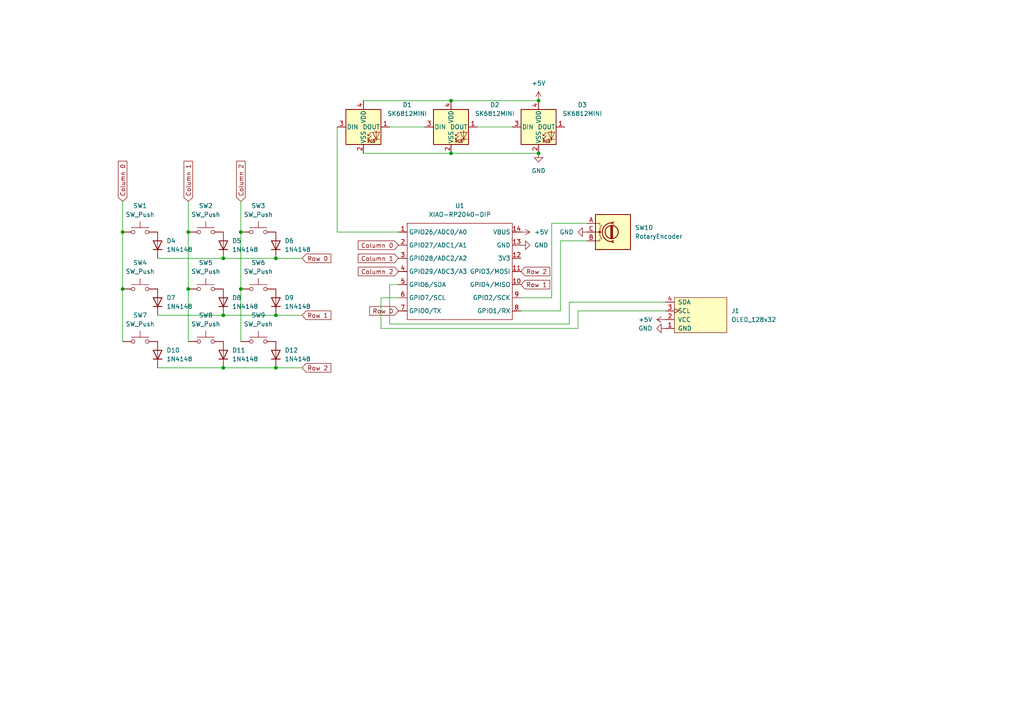
<source format=kicad_sch>
(kicad_sch
	(version 20250114)
	(generator "eeschema")
	(generator_version "9.0")
	(uuid "c9dee5c7-f34d-454f-8542-41b66042938b")
	(paper "A4")
	(lib_symbols
		(symbol "Ch:OLED_128x32"
			(pin_names
				(offset 1.016)
			)
			(exclude_from_sim no)
			(in_bom yes)
			(on_board yes)
			(property "Reference" "J"
				(at 0 -6.35 0)
				(effects
					(font
						(size 1.27 1.27)
					)
				)
			)
			(property "Value" "OLED_128x32"
				(at 0 6.35 0)
				(effects
					(font
						(size 1.27 1.27)
					)
				)
			)
			(property "Footprint" "ScottoKeebs_Components:OLED_128x32"
				(at 0 8.89 0)
				(effects
					(font
						(size 1.27 1.27)
					)
					(hide yes)
				)
			)
			(property "Datasheet" ""
				(at 0 1.27 0)
				(effects
					(font
						(size 1.27 1.27)
					)
					(hide yes)
				)
			)
			(property "Description" ""
				(at 0 0 0)
				(effects
					(font
						(size 1.27 1.27)
					)
					(hide yes)
				)
			)
			(symbol "OLED_128x32_0_1"
				(rectangle
					(start 0 5.08)
					(end 15.24 -5.08)
					(stroke
						(width 0)
						(type default)
					)
					(fill
						(type background)
					)
				)
			)
			(symbol "OLED_128x32_1_1"
				(pin bidirectional line
					(at -2.54 3.81 0)
					(length 2.54)
					(name "SDA"
						(effects
							(font
								(size 1.27 1.27)
							)
						)
					)
					(number "4"
						(effects
							(font
								(size 1.27 1.27)
							)
						)
					)
				)
				(pin input clock
					(at -2.54 1.27 0)
					(length 2.54)
					(name "SCL"
						(effects
							(font
								(size 1.27 1.27)
							)
						)
					)
					(number "3"
						(effects
							(font
								(size 1.27 1.27)
							)
						)
					)
				)
				(pin power_in line
					(at -2.54 -1.27 0)
					(length 2.54)
					(name "VCC"
						(effects
							(font
								(size 1.27 1.27)
							)
						)
					)
					(number "2"
						(effects
							(font
								(size 1.27 1.27)
							)
						)
					)
				)
				(pin power_in line
					(at -2.54 -3.81 0)
					(length 2.54)
					(name "GND"
						(effects
							(font
								(size 1.27 1.27)
							)
						)
					)
					(number "1"
						(effects
							(font
								(size 1.27 1.27)
							)
						)
					)
				)
			)
			(embedded_fonts no)
		)
		(symbol "Device:RotaryEncoder"
			(pin_names
				(offset 0.254)
				(hide yes)
			)
			(exclude_from_sim no)
			(in_bom yes)
			(on_board yes)
			(property "Reference" "SW"
				(at 0 6.604 0)
				(effects
					(font
						(size 1.27 1.27)
					)
				)
			)
			(property "Value" "RotaryEncoder"
				(at 0 -6.604 0)
				(effects
					(font
						(size 1.27 1.27)
					)
				)
			)
			(property "Footprint" ""
				(at -3.81 4.064 0)
				(effects
					(font
						(size 1.27 1.27)
					)
					(hide yes)
				)
			)
			(property "Datasheet" "~"
				(at 0 6.604 0)
				(effects
					(font
						(size 1.27 1.27)
					)
					(hide yes)
				)
			)
			(property "Description" "Rotary encoder, dual channel, incremental quadrate outputs"
				(at 0 0 0)
				(effects
					(font
						(size 1.27 1.27)
					)
					(hide yes)
				)
			)
			(property "ki_keywords" "rotary switch encoder"
				(at 0 0 0)
				(effects
					(font
						(size 1.27 1.27)
					)
					(hide yes)
				)
			)
			(property "ki_fp_filters" "RotaryEncoder*"
				(at 0 0 0)
				(effects
					(font
						(size 1.27 1.27)
					)
					(hide yes)
				)
			)
			(symbol "RotaryEncoder_0_1"
				(rectangle
					(start -5.08 5.08)
					(end 5.08 -5.08)
					(stroke
						(width 0.254)
						(type default)
					)
					(fill
						(type background)
					)
				)
				(polyline
					(pts
						(xy -5.08 2.54) (xy -3.81 2.54) (xy -3.81 2.032)
					)
					(stroke
						(width 0)
						(type default)
					)
					(fill
						(type none)
					)
				)
				(polyline
					(pts
						(xy -5.08 0) (xy -3.81 0) (xy -3.81 -1.016) (xy -3.302 -2.032)
					)
					(stroke
						(width 0)
						(type default)
					)
					(fill
						(type none)
					)
				)
				(polyline
					(pts
						(xy -5.08 -2.54) (xy -3.81 -2.54) (xy -3.81 -2.032)
					)
					(stroke
						(width 0)
						(type default)
					)
					(fill
						(type none)
					)
				)
				(polyline
					(pts
						(xy -4.318 0) (xy -3.81 0) (xy -3.81 1.016) (xy -3.302 2.032)
					)
					(stroke
						(width 0)
						(type default)
					)
					(fill
						(type none)
					)
				)
				(circle
					(center -3.81 0)
					(radius 0.254)
					(stroke
						(width 0)
						(type default)
					)
					(fill
						(type outline)
					)
				)
				(polyline
					(pts
						(xy -0.635 -1.778) (xy -0.635 1.778)
					)
					(stroke
						(width 0.254)
						(type default)
					)
					(fill
						(type none)
					)
				)
				(circle
					(center -0.381 0)
					(radius 1.905)
					(stroke
						(width 0.254)
						(type default)
					)
					(fill
						(type none)
					)
				)
				(polyline
					(pts
						(xy -0.381 -1.778) (xy -0.381 1.778)
					)
					(stroke
						(width 0.254)
						(type default)
					)
					(fill
						(type none)
					)
				)
				(arc
					(start -0.381 -2.794)
					(mid -3.0988 -0.0635)
					(end -0.381 2.667)
					(stroke
						(width 0.254)
						(type default)
					)
					(fill
						(type none)
					)
				)
				(polyline
					(pts
						(xy -0.127 1.778) (xy -0.127 -1.778)
					)
					(stroke
						(width 0.254)
						(type default)
					)
					(fill
						(type none)
					)
				)
				(polyline
					(pts
						(xy 0.254 2.921) (xy -0.508 2.667) (xy 0.127 2.286)
					)
					(stroke
						(width 0.254)
						(type default)
					)
					(fill
						(type none)
					)
				)
				(polyline
					(pts
						(xy 0.254 -3.048) (xy -0.508 -2.794) (xy 0.127 -2.413)
					)
					(stroke
						(width 0.254)
						(type default)
					)
					(fill
						(type none)
					)
				)
			)
			(symbol "RotaryEncoder_1_1"
				(pin passive line
					(at -7.62 2.54 0)
					(length 2.54)
					(name "A"
						(effects
							(font
								(size 1.27 1.27)
							)
						)
					)
					(number "A"
						(effects
							(font
								(size 1.27 1.27)
							)
						)
					)
				)
				(pin passive line
					(at -7.62 0 0)
					(length 2.54)
					(name "C"
						(effects
							(font
								(size 1.27 1.27)
							)
						)
					)
					(number "C"
						(effects
							(font
								(size 1.27 1.27)
							)
						)
					)
				)
				(pin passive line
					(at -7.62 -2.54 0)
					(length 2.54)
					(name "B"
						(effects
							(font
								(size 1.27 1.27)
							)
						)
					)
					(number "B"
						(effects
							(font
								(size 1.27 1.27)
							)
						)
					)
				)
			)
			(embedded_fonts no)
		)
		(symbol "Diode:1N4148"
			(pin_numbers
				(hide yes)
			)
			(pin_names
				(hide yes)
			)
			(exclude_from_sim no)
			(in_bom yes)
			(on_board yes)
			(property "Reference" "D"
				(at 0 2.54 0)
				(effects
					(font
						(size 1.27 1.27)
					)
				)
			)
			(property "Value" "1N4148"
				(at 0 -2.54 0)
				(effects
					(font
						(size 1.27 1.27)
					)
				)
			)
			(property "Footprint" "Diode_THT:D_DO-35_SOD27_P7.62mm_Horizontal"
				(at 0 0 0)
				(effects
					(font
						(size 1.27 1.27)
					)
					(hide yes)
				)
			)
			(property "Datasheet" "https://assets.nexperia.com/documents/data-sheet/1N4148_1N4448.pdf"
				(at 0 0 0)
				(effects
					(font
						(size 1.27 1.27)
					)
					(hide yes)
				)
			)
			(property "Description" "100V 0.15A standard switching diode, DO-35"
				(at 0 0 0)
				(effects
					(font
						(size 1.27 1.27)
					)
					(hide yes)
				)
			)
			(property "Sim.Device" "D"
				(at 0 0 0)
				(effects
					(font
						(size 1.27 1.27)
					)
					(hide yes)
				)
			)
			(property "Sim.Pins" "1=K 2=A"
				(at 0 0 0)
				(effects
					(font
						(size 1.27 1.27)
					)
					(hide yes)
				)
			)
			(property "ki_keywords" "diode"
				(at 0 0 0)
				(effects
					(font
						(size 1.27 1.27)
					)
					(hide yes)
				)
			)
			(property "ki_fp_filters" "D*DO?35*"
				(at 0 0 0)
				(effects
					(font
						(size 1.27 1.27)
					)
					(hide yes)
				)
			)
			(symbol "1N4148_0_1"
				(polyline
					(pts
						(xy -1.27 1.27) (xy -1.27 -1.27)
					)
					(stroke
						(width 0.254)
						(type default)
					)
					(fill
						(type none)
					)
				)
				(polyline
					(pts
						(xy 1.27 1.27) (xy 1.27 -1.27) (xy -1.27 0) (xy 1.27 1.27)
					)
					(stroke
						(width 0.254)
						(type default)
					)
					(fill
						(type none)
					)
				)
				(polyline
					(pts
						(xy 1.27 0) (xy -1.27 0)
					)
					(stroke
						(width 0)
						(type default)
					)
					(fill
						(type none)
					)
				)
			)
			(symbol "1N4148_1_1"
				(pin passive line
					(at -3.81 0 0)
					(length 2.54)
					(name "K"
						(effects
							(font
								(size 1.27 1.27)
							)
						)
					)
					(number "1"
						(effects
							(font
								(size 1.27 1.27)
							)
						)
					)
				)
				(pin passive line
					(at 3.81 0 180)
					(length 2.54)
					(name "A"
						(effects
							(font
								(size 1.27 1.27)
							)
						)
					)
					(number "2"
						(effects
							(font
								(size 1.27 1.27)
							)
						)
					)
				)
			)
			(embedded_fonts no)
		)
		(symbol "LED:SK6812MINI"
			(pin_names
				(offset 0.254)
			)
			(exclude_from_sim no)
			(in_bom yes)
			(on_board yes)
			(property "Reference" "D"
				(at 5.08 5.715 0)
				(effects
					(font
						(size 1.27 1.27)
					)
					(justify right bottom)
				)
			)
			(property "Value" "SK6812MINI"
				(at 1.27 -5.715 0)
				(effects
					(font
						(size 1.27 1.27)
					)
					(justify left top)
				)
			)
			(property "Footprint" "LED_SMD:LED_SK6812MINI_PLCC4_3.5x3.5mm_P1.75mm"
				(at 1.27 -7.62 0)
				(effects
					(font
						(size 1.27 1.27)
					)
					(justify left top)
					(hide yes)
				)
			)
			(property "Datasheet" "https://cdn-shop.adafruit.com/product-files/2686/SK6812MINI_REV.01-1-2.pdf"
				(at 2.54 -9.525 0)
				(effects
					(font
						(size 1.27 1.27)
					)
					(justify left top)
					(hide yes)
				)
			)
			(property "Description" "RGB LED with integrated controller"
				(at 0 0 0)
				(effects
					(font
						(size 1.27 1.27)
					)
					(hide yes)
				)
			)
			(property "ki_keywords" "RGB LED NeoPixel Mini addressable"
				(at 0 0 0)
				(effects
					(font
						(size 1.27 1.27)
					)
					(hide yes)
				)
			)
			(property "ki_fp_filters" "LED*SK6812MINI*PLCC*3.5x3.5mm*P1.75mm*"
				(at 0 0 0)
				(effects
					(font
						(size 1.27 1.27)
					)
					(hide yes)
				)
			)
			(symbol "SK6812MINI_0_0"
				(text "RGB"
					(at 2.286 -4.191 0)
					(effects
						(font
							(size 0.762 0.762)
						)
					)
				)
			)
			(symbol "SK6812MINI_0_1"
				(polyline
					(pts
						(xy 1.27 -2.54) (xy 1.778 -2.54)
					)
					(stroke
						(width 0)
						(type default)
					)
					(fill
						(type none)
					)
				)
				(polyline
					(pts
						(xy 1.27 -3.556) (xy 1.778 -3.556)
					)
					(stroke
						(width 0)
						(type default)
					)
					(fill
						(type none)
					)
				)
				(polyline
					(pts
						(xy 2.286 -1.524) (xy 1.27 -2.54) (xy 1.27 -2.032)
					)
					(stroke
						(width 0)
						(type default)
					)
					(fill
						(type none)
					)
				)
				(polyline
					(pts
						(xy 2.286 -2.54) (xy 1.27 -3.556) (xy 1.27 -3.048)
					)
					(stroke
						(width 0)
						(type default)
					)
					(fill
						(type none)
					)
				)
				(polyline
					(pts
						(xy 3.683 -1.016) (xy 3.683 -3.556) (xy 3.683 -4.064)
					)
					(stroke
						(width 0)
						(type default)
					)
					(fill
						(type none)
					)
				)
				(polyline
					(pts
						(xy 4.699 -1.524) (xy 2.667 -1.524) (xy 3.683 -3.556) (xy 4.699 -1.524)
					)
					(stroke
						(width 0)
						(type default)
					)
					(fill
						(type none)
					)
				)
				(polyline
					(pts
						(xy 4.699 -3.556) (xy 2.667 -3.556)
					)
					(stroke
						(width 0)
						(type default)
					)
					(fill
						(type none)
					)
				)
				(rectangle
					(start 5.08 5.08)
					(end -5.08 -5.08)
					(stroke
						(width 0.254)
						(type default)
					)
					(fill
						(type background)
					)
				)
			)
			(symbol "SK6812MINI_1_1"
				(pin input line
					(at -7.62 0 0)
					(length 2.54)
					(name "DIN"
						(effects
							(font
								(size 1.27 1.27)
							)
						)
					)
					(number "3"
						(effects
							(font
								(size 1.27 1.27)
							)
						)
					)
				)
				(pin power_in line
					(at 0 7.62 270)
					(length 2.54)
					(name "VDD"
						(effects
							(font
								(size 1.27 1.27)
							)
						)
					)
					(number "4"
						(effects
							(font
								(size 1.27 1.27)
							)
						)
					)
				)
				(pin power_in line
					(at 0 -7.62 90)
					(length 2.54)
					(name "VSS"
						(effects
							(font
								(size 1.27 1.27)
							)
						)
					)
					(number "2"
						(effects
							(font
								(size 1.27 1.27)
							)
						)
					)
				)
				(pin output line
					(at 7.62 0 180)
					(length 2.54)
					(name "DOUT"
						(effects
							(font
								(size 1.27 1.27)
							)
						)
					)
					(number "1"
						(effects
							(font
								(size 1.27 1.27)
							)
						)
					)
				)
			)
			(embedded_fonts no)
		)
		(symbol "OPL:XIAO-RP2040-DIP"
			(exclude_from_sim no)
			(in_bom yes)
			(on_board yes)
			(property "Reference" "U"
				(at 0 0 0)
				(effects
					(font
						(size 1.27 1.27)
					)
				)
			)
			(property "Value" "XIAO-RP2040-DIP"
				(at 5.334 -1.778 0)
				(effects
					(font
						(size 1.27 1.27)
					)
				)
			)
			(property "Footprint" "Module:MOUDLE14P-XIAO-DIP-SMD"
				(at 14.478 -32.258 0)
				(effects
					(font
						(size 1.27 1.27)
					)
					(hide yes)
				)
			)
			(property "Datasheet" ""
				(at 0 0 0)
				(effects
					(font
						(size 1.27 1.27)
					)
					(hide yes)
				)
			)
			(property "Description" ""
				(at 0 0 0)
				(effects
					(font
						(size 1.27 1.27)
					)
					(hide yes)
				)
			)
			(symbol "XIAO-RP2040-DIP_1_0"
				(polyline
					(pts
						(xy -1.27 -2.54) (xy 29.21 -2.54)
					)
					(stroke
						(width 0.1524)
						(type solid)
					)
					(fill
						(type none)
					)
				)
				(polyline
					(pts
						(xy -1.27 -5.08) (xy -2.54 -5.08)
					)
					(stroke
						(width 0.1524)
						(type solid)
					)
					(fill
						(type none)
					)
				)
				(polyline
					(pts
						(xy -1.27 -5.08) (xy -1.27 -2.54)
					)
					(stroke
						(width 0.1524)
						(type solid)
					)
					(fill
						(type none)
					)
				)
				(polyline
					(pts
						(xy -1.27 -8.89) (xy -2.54 -8.89)
					)
					(stroke
						(width 0.1524)
						(type solid)
					)
					(fill
						(type none)
					)
				)
				(polyline
					(pts
						(xy -1.27 -8.89) (xy -1.27 -5.08)
					)
					(stroke
						(width 0.1524)
						(type solid)
					)
					(fill
						(type none)
					)
				)
				(polyline
					(pts
						(xy -1.27 -12.7) (xy -2.54 -12.7)
					)
					(stroke
						(width 0.1524)
						(type solid)
					)
					(fill
						(type none)
					)
				)
				(polyline
					(pts
						(xy -1.27 -12.7) (xy -1.27 -8.89)
					)
					(stroke
						(width 0.1524)
						(type solid)
					)
					(fill
						(type none)
					)
				)
				(polyline
					(pts
						(xy -1.27 -16.51) (xy -2.54 -16.51)
					)
					(stroke
						(width 0.1524)
						(type solid)
					)
					(fill
						(type none)
					)
				)
				(polyline
					(pts
						(xy -1.27 -16.51) (xy -1.27 -12.7)
					)
					(stroke
						(width 0.1524)
						(type solid)
					)
					(fill
						(type none)
					)
				)
				(polyline
					(pts
						(xy -1.27 -20.32) (xy -2.54 -20.32)
					)
					(stroke
						(width 0.1524)
						(type solid)
					)
					(fill
						(type none)
					)
				)
				(polyline
					(pts
						(xy -1.27 -24.13) (xy -2.54 -24.13)
					)
					(stroke
						(width 0.1524)
						(type solid)
					)
					(fill
						(type none)
					)
				)
				(polyline
					(pts
						(xy -1.27 -27.94) (xy -2.54 -27.94)
					)
					(stroke
						(width 0.1524)
						(type solid)
					)
					(fill
						(type none)
					)
				)
				(polyline
					(pts
						(xy -1.27 -30.48) (xy -1.27 -16.51)
					)
					(stroke
						(width 0.1524)
						(type solid)
					)
					(fill
						(type none)
					)
				)
				(polyline
					(pts
						(xy 29.21 -2.54) (xy 29.21 -5.08)
					)
					(stroke
						(width 0.1524)
						(type solid)
					)
					(fill
						(type none)
					)
				)
				(polyline
					(pts
						(xy 29.21 -5.08) (xy 29.21 -8.89)
					)
					(stroke
						(width 0.1524)
						(type solid)
					)
					(fill
						(type none)
					)
				)
				(polyline
					(pts
						(xy 29.21 -8.89) (xy 29.21 -12.7)
					)
					(stroke
						(width 0.1524)
						(type solid)
					)
					(fill
						(type none)
					)
				)
				(polyline
					(pts
						(xy 29.21 -12.7) (xy 29.21 -30.48)
					)
					(stroke
						(width 0.1524)
						(type solid)
					)
					(fill
						(type none)
					)
				)
				(polyline
					(pts
						(xy 29.21 -30.48) (xy -1.27 -30.48)
					)
					(stroke
						(width 0.1524)
						(type solid)
					)
					(fill
						(type none)
					)
				)
				(polyline
					(pts
						(xy 30.48 -5.08) (xy 29.21 -5.08)
					)
					(stroke
						(width 0.1524)
						(type solid)
					)
					(fill
						(type none)
					)
				)
				(polyline
					(pts
						(xy 30.48 -8.89) (xy 29.21 -8.89)
					)
					(stroke
						(width 0.1524)
						(type solid)
					)
					(fill
						(type none)
					)
				)
				(polyline
					(pts
						(xy 30.48 -12.7) (xy 29.21 -12.7)
					)
					(stroke
						(width 0.1524)
						(type solid)
					)
					(fill
						(type none)
					)
				)
				(polyline
					(pts
						(xy 30.48 -16.51) (xy 29.21 -16.51)
					)
					(stroke
						(width 0.1524)
						(type solid)
					)
					(fill
						(type none)
					)
				)
				(polyline
					(pts
						(xy 30.48 -20.32) (xy 29.21 -20.32)
					)
					(stroke
						(width 0.1524)
						(type solid)
					)
					(fill
						(type none)
					)
				)
				(polyline
					(pts
						(xy 30.48 -24.13) (xy 29.21 -24.13)
					)
					(stroke
						(width 0.1524)
						(type solid)
					)
					(fill
						(type none)
					)
				)
				(polyline
					(pts
						(xy 30.48 -27.94) (xy 29.21 -27.94)
					)
					(stroke
						(width 0.1524)
						(type solid)
					)
					(fill
						(type none)
					)
				)
				(pin passive line
					(at -3.81 -5.08 0)
					(length 2.54)
					(name "GPIO26/ADC0/A0"
						(effects
							(font
								(size 1.27 1.27)
							)
						)
					)
					(number "1"
						(effects
							(font
								(size 1.27 1.27)
							)
						)
					)
				)
				(pin passive line
					(at -3.81 -8.89 0)
					(length 2.54)
					(name "GPIO27/ADC1/A1"
						(effects
							(font
								(size 1.27 1.27)
							)
						)
					)
					(number "2"
						(effects
							(font
								(size 1.27 1.27)
							)
						)
					)
				)
				(pin passive line
					(at -3.81 -12.7 0)
					(length 2.54)
					(name "GPIO28/ADC2/A2"
						(effects
							(font
								(size 1.27 1.27)
							)
						)
					)
					(number "3"
						(effects
							(font
								(size 1.27 1.27)
							)
						)
					)
				)
				(pin passive line
					(at -3.81 -16.51 0)
					(length 2.54)
					(name "GPIO29/ADC3/A3"
						(effects
							(font
								(size 1.27 1.27)
							)
						)
					)
					(number "4"
						(effects
							(font
								(size 1.27 1.27)
							)
						)
					)
				)
				(pin passive line
					(at -3.81 -20.32 0)
					(length 2.54)
					(name "GPIO6/SDA"
						(effects
							(font
								(size 1.27 1.27)
							)
						)
					)
					(number "5"
						(effects
							(font
								(size 1.27 1.27)
							)
						)
					)
				)
				(pin passive line
					(at -3.81 -24.13 0)
					(length 2.54)
					(name "GPIO7/SCL"
						(effects
							(font
								(size 1.27 1.27)
							)
						)
					)
					(number "6"
						(effects
							(font
								(size 1.27 1.27)
							)
						)
					)
				)
				(pin passive line
					(at -3.81 -27.94 0)
					(length 2.54)
					(name "GPIO0/TX"
						(effects
							(font
								(size 1.27 1.27)
							)
						)
					)
					(number "7"
						(effects
							(font
								(size 1.27 1.27)
							)
						)
					)
				)
				(pin passive line
					(at 31.75 -5.08 180)
					(length 2.54)
					(name "VBUS"
						(effects
							(font
								(size 1.27 1.27)
							)
						)
					)
					(number "14"
						(effects
							(font
								(size 1.27 1.27)
							)
						)
					)
				)
				(pin passive line
					(at 31.75 -8.89 180)
					(length 2.54)
					(name "GND"
						(effects
							(font
								(size 1.27 1.27)
							)
						)
					)
					(number "13"
						(effects
							(font
								(size 1.27 1.27)
							)
						)
					)
				)
				(pin passive line
					(at 31.75 -12.7 180)
					(length 2.54)
					(name "3V3"
						(effects
							(font
								(size 1.27 1.27)
							)
						)
					)
					(number "12"
						(effects
							(font
								(size 1.27 1.27)
							)
						)
					)
				)
				(pin passive line
					(at 31.75 -16.51 180)
					(length 2.54)
					(name "GPIO3/MOSI"
						(effects
							(font
								(size 1.27 1.27)
							)
						)
					)
					(number "11"
						(effects
							(font
								(size 1.27 1.27)
							)
						)
					)
				)
				(pin passive line
					(at 31.75 -20.32 180)
					(length 2.54)
					(name "GPIO4/MISO"
						(effects
							(font
								(size 1.27 1.27)
							)
						)
					)
					(number "10"
						(effects
							(font
								(size 1.27 1.27)
							)
						)
					)
				)
				(pin passive line
					(at 31.75 -24.13 180)
					(length 2.54)
					(name "GPIO2/SCK"
						(effects
							(font
								(size 1.27 1.27)
							)
						)
					)
					(number "9"
						(effects
							(font
								(size 1.27 1.27)
							)
						)
					)
				)
				(pin passive line
					(at 31.75 -27.94 180)
					(length 2.54)
					(name "GPIO1/RX"
						(effects
							(font
								(size 1.27 1.27)
							)
						)
					)
					(number "8"
						(effects
							(font
								(size 1.27 1.27)
							)
						)
					)
				)
			)
			(embedded_fonts no)
		)
		(symbol "Switch:SW_Push"
			(pin_numbers
				(hide yes)
			)
			(pin_names
				(offset 1.016)
				(hide yes)
			)
			(exclude_from_sim no)
			(in_bom yes)
			(on_board yes)
			(property "Reference" "SW"
				(at 1.27 2.54 0)
				(effects
					(font
						(size 1.27 1.27)
					)
					(justify left)
				)
			)
			(property "Value" "SW_Push"
				(at 0 -1.524 0)
				(effects
					(font
						(size 1.27 1.27)
					)
				)
			)
			(property "Footprint" ""
				(at 0 5.08 0)
				(effects
					(font
						(size 1.27 1.27)
					)
					(hide yes)
				)
			)
			(property "Datasheet" "~"
				(at 0 5.08 0)
				(effects
					(font
						(size 1.27 1.27)
					)
					(hide yes)
				)
			)
			(property "Description" "Push button switch, generic, two pins"
				(at 0 0 0)
				(effects
					(font
						(size 1.27 1.27)
					)
					(hide yes)
				)
			)
			(property "ki_keywords" "switch normally-open pushbutton push-button"
				(at 0 0 0)
				(effects
					(font
						(size 1.27 1.27)
					)
					(hide yes)
				)
			)
			(symbol "SW_Push_0_1"
				(circle
					(center -2.032 0)
					(radius 0.508)
					(stroke
						(width 0)
						(type default)
					)
					(fill
						(type none)
					)
				)
				(polyline
					(pts
						(xy 0 1.27) (xy 0 3.048)
					)
					(stroke
						(width 0)
						(type default)
					)
					(fill
						(type none)
					)
				)
				(circle
					(center 2.032 0)
					(radius 0.508)
					(stroke
						(width 0)
						(type default)
					)
					(fill
						(type none)
					)
				)
				(polyline
					(pts
						(xy 2.54 1.27) (xy -2.54 1.27)
					)
					(stroke
						(width 0)
						(type default)
					)
					(fill
						(type none)
					)
				)
				(pin passive line
					(at -5.08 0 0)
					(length 2.54)
					(name "1"
						(effects
							(font
								(size 1.27 1.27)
							)
						)
					)
					(number "1"
						(effects
							(font
								(size 1.27 1.27)
							)
						)
					)
				)
				(pin passive line
					(at 5.08 0 180)
					(length 2.54)
					(name "2"
						(effects
							(font
								(size 1.27 1.27)
							)
						)
					)
					(number "2"
						(effects
							(font
								(size 1.27 1.27)
							)
						)
					)
				)
			)
			(embedded_fonts no)
		)
		(symbol "power:+5V"
			(power)
			(pin_numbers
				(hide yes)
			)
			(pin_names
				(offset 0)
				(hide yes)
			)
			(exclude_from_sim no)
			(in_bom yes)
			(on_board yes)
			(property "Reference" "#PWR"
				(at 0 -3.81 0)
				(effects
					(font
						(size 1.27 1.27)
					)
					(hide yes)
				)
			)
			(property "Value" "+5V"
				(at 0 3.556 0)
				(effects
					(font
						(size 1.27 1.27)
					)
				)
			)
			(property "Footprint" ""
				(at 0 0 0)
				(effects
					(font
						(size 1.27 1.27)
					)
					(hide yes)
				)
			)
			(property "Datasheet" ""
				(at 0 0 0)
				(effects
					(font
						(size 1.27 1.27)
					)
					(hide yes)
				)
			)
			(property "Description" "Power symbol creates a global label with name \"+5V\""
				(at 0 0 0)
				(effects
					(font
						(size 1.27 1.27)
					)
					(hide yes)
				)
			)
			(property "ki_keywords" "global power"
				(at 0 0 0)
				(effects
					(font
						(size 1.27 1.27)
					)
					(hide yes)
				)
			)
			(symbol "+5V_0_1"
				(polyline
					(pts
						(xy -0.762 1.27) (xy 0 2.54)
					)
					(stroke
						(width 0)
						(type default)
					)
					(fill
						(type none)
					)
				)
				(polyline
					(pts
						(xy 0 2.54) (xy 0.762 1.27)
					)
					(stroke
						(width 0)
						(type default)
					)
					(fill
						(type none)
					)
				)
				(polyline
					(pts
						(xy 0 0) (xy 0 2.54)
					)
					(stroke
						(width 0)
						(type default)
					)
					(fill
						(type none)
					)
				)
			)
			(symbol "+5V_1_1"
				(pin power_in line
					(at 0 0 90)
					(length 0)
					(name "~"
						(effects
							(font
								(size 1.27 1.27)
							)
						)
					)
					(number "1"
						(effects
							(font
								(size 1.27 1.27)
							)
						)
					)
				)
			)
			(embedded_fonts no)
		)
		(symbol "power:GND"
			(power)
			(pin_numbers
				(hide yes)
			)
			(pin_names
				(offset 0)
				(hide yes)
			)
			(exclude_from_sim no)
			(in_bom yes)
			(on_board yes)
			(property "Reference" "#PWR"
				(at 0 -6.35 0)
				(effects
					(font
						(size 1.27 1.27)
					)
					(hide yes)
				)
			)
			(property "Value" "GND"
				(at 0 -3.81 0)
				(effects
					(font
						(size 1.27 1.27)
					)
				)
			)
			(property "Footprint" ""
				(at 0 0 0)
				(effects
					(font
						(size 1.27 1.27)
					)
					(hide yes)
				)
			)
			(property "Datasheet" ""
				(at 0 0 0)
				(effects
					(font
						(size 1.27 1.27)
					)
					(hide yes)
				)
			)
			(property "Description" "Power symbol creates a global label with name \"GND\" , ground"
				(at 0 0 0)
				(effects
					(font
						(size 1.27 1.27)
					)
					(hide yes)
				)
			)
			(property "ki_keywords" "global power"
				(at 0 0 0)
				(effects
					(font
						(size 1.27 1.27)
					)
					(hide yes)
				)
			)
			(symbol "GND_0_1"
				(polyline
					(pts
						(xy 0 0) (xy 0 -1.27) (xy 1.27 -1.27) (xy 0 -2.54) (xy -1.27 -1.27) (xy 0 -1.27)
					)
					(stroke
						(width 0)
						(type default)
					)
					(fill
						(type none)
					)
				)
			)
			(symbol "GND_1_1"
				(pin power_in line
					(at 0 0 270)
					(length 0)
					(name "~"
						(effects
							(font
								(size 1.27 1.27)
							)
						)
					)
					(number "1"
						(effects
							(font
								(size 1.27 1.27)
							)
						)
					)
				)
			)
			(embedded_fonts no)
		)
	)
	(junction
		(at 80.01 106.68)
		(diameter 0)
		(color 0 0 0 0)
		(uuid "32e03d3a-8108-4c0c-981b-b5e759545006")
	)
	(junction
		(at 80.01 74.93)
		(diameter 0)
		(color 0 0 0 0)
		(uuid "393b2b81-51ad-4ddb-9cd8-55faf311126b")
	)
	(junction
		(at 64.77 91.44)
		(diameter 0)
		(color 0 0 0 0)
		(uuid "43f6d1ca-0bb0-45a2-add7-e577f18fcc46")
	)
	(junction
		(at 35.56 67.31)
		(diameter 0)
		(color 0 0 0 0)
		(uuid "4664aea7-dfad-407c-8923-5af843d88689")
	)
	(junction
		(at 64.77 74.93)
		(diameter 0)
		(color 0 0 0 0)
		(uuid "49e1ef2b-52d2-4056-84b9-18a5c76ceedd")
	)
	(junction
		(at 54.61 83.82)
		(diameter 0)
		(color 0 0 0 0)
		(uuid "4a2b1f3e-64dc-4399-a30e-39d2b0aee0d0")
	)
	(junction
		(at 156.21 29.21)
		(diameter 0)
		(color 0 0 0 0)
		(uuid "55eb8591-6b7f-45e6-8667-bebf288c5904")
	)
	(junction
		(at 54.61 67.31)
		(diameter 0)
		(color 0 0 0 0)
		(uuid "5d04f89b-c3c6-4e1d-b122-e2f9c3969e2b")
	)
	(junction
		(at 156.21 44.45)
		(diameter 0)
		(color 0 0 0 0)
		(uuid "68a1aad5-a8b2-4cf6-bb3d-2994a98b6793")
	)
	(junction
		(at 64.77 106.68)
		(diameter 0)
		(color 0 0 0 0)
		(uuid "6b79e3e8-f61e-4a8a-9be1-76dbd32ca1f1")
	)
	(junction
		(at 80.01 91.44)
		(diameter 0)
		(color 0 0 0 0)
		(uuid "6f61534c-48f4-4dc3-a76b-9d25d6c71cfb")
	)
	(junction
		(at 130.81 29.21)
		(diameter 0)
		(color 0 0 0 0)
		(uuid "7dee6e46-78d9-4488-8775-4280ec6e7361")
	)
	(junction
		(at 69.85 67.31)
		(diameter 0)
		(color 0 0 0 0)
		(uuid "816257dd-102f-4568-aab8-521e20130d38")
	)
	(junction
		(at 130.81 44.45)
		(diameter 0)
		(color 0 0 0 0)
		(uuid "94239009-dc46-4f15-b965-482d003cadfd")
	)
	(junction
		(at 35.56 83.82)
		(diameter 0)
		(color 0 0 0 0)
		(uuid "a3c9751b-d111-4abc-a8e8-bc370a30e27b")
	)
	(junction
		(at 69.85 83.82)
		(diameter 0)
		(color 0 0 0 0)
		(uuid "e33fa543-cf21-4925-8267-1becb7e59c86")
	)
	(wire
		(pts
			(xy 167.64 95.25) (xy 110.49 95.25)
		)
		(stroke
			(width 0)
			(type default)
		)
		(uuid "054529f8-cf0a-4609-98be-346fd5dbf825")
	)
	(wire
		(pts
			(xy 170.18 64.77) (xy 160.02 64.77)
		)
		(stroke
			(width 0)
			(type default)
		)
		(uuid "084b5175-e8e6-4484-8cca-ff378d63e1c8")
	)
	(wire
		(pts
			(xy 64.77 91.44) (xy 80.01 91.44)
		)
		(stroke
			(width 0)
			(type default)
		)
		(uuid "13d7e764-9c67-4d66-9aa7-414275dd4e46")
	)
	(wire
		(pts
			(xy 105.41 29.21) (xy 130.81 29.21)
		)
		(stroke
			(width 0)
			(type default)
		)
		(uuid "19d7b6cc-a30e-4004-8945-cb4bf61f9f3a")
	)
	(wire
		(pts
			(xy 110.49 95.25) (xy 110.49 86.36)
		)
		(stroke
			(width 0)
			(type default)
		)
		(uuid "19ff0fdc-bf02-424e-93ea-05c3eaca0d4b")
	)
	(wire
		(pts
			(xy 165.1 93.98) (xy 113.03 93.98)
		)
		(stroke
			(width 0)
			(type default)
		)
		(uuid "1d06fc71-c680-4d5b-b86d-dda5cbcbe088")
	)
	(wire
		(pts
			(xy 45.72 74.93) (xy 64.77 74.93)
		)
		(stroke
			(width 0)
			(type default)
		)
		(uuid "2c31b18a-9422-4e8b-9e3d-3d37b54cc64a")
	)
	(wire
		(pts
			(xy 162.56 90.17) (xy 151.13 90.17)
		)
		(stroke
			(width 0)
			(type default)
		)
		(uuid "2f870c13-26c3-46e4-b629-ab4a966c418e")
	)
	(wire
		(pts
			(xy 165.1 87.63) (xy 165.1 93.98)
		)
		(stroke
			(width 0)
			(type default)
		)
		(uuid "306fa39e-b447-4a11-9237-bf1c3fbac910")
	)
	(wire
		(pts
			(xy 54.61 58.42) (xy 54.61 67.31)
		)
		(stroke
			(width 0)
			(type default)
		)
		(uuid "3535afdc-f9b1-444e-81b7-feafec392fb6")
	)
	(wire
		(pts
			(xy 105.41 44.45) (xy 130.81 44.45)
		)
		(stroke
			(width 0)
			(type default)
		)
		(uuid "3a668646-78dc-48fe-aee3-b034a418450f")
	)
	(wire
		(pts
			(xy 162.56 69.85) (xy 162.56 90.17)
		)
		(stroke
			(width 0)
			(type default)
		)
		(uuid "3aeba7a4-31ec-4b34-b8f9-39e4adc4d253")
	)
	(wire
		(pts
			(xy 80.01 106.68) (xy 87.63 106.68)
		)
		(stroke
			(width 0)
			(type default)
		)
		(uuid "402f283d-c951-4af9-80d6-b06e03636215")
	)
	(wire
		(pts
			(xy 64.77 106.68) (xy 80.01 106.68)
		)
		(stroke
			(width 0)
			(type default)
		)
		(uuid "40bbc818-bbb2-496d-8fbe-70bf1f2f05d9")
	)
	(wire
		(pts
			(xy 64.77 74.93) (xy 80.01 74.93)
		)
		(stroke
			(width 0)
			(type default)
		)
		(uuid "4999df40-558f-495d-a38c-9cbb64765a03")
	)
	(wire
		(pts
			(xy 160.02 64.77) (xy 160.02 86.36)
		)
		(stroke
			(width 0)
			(type default)
		)
		(uuid "56a5f800-23ca-459f-9c0f-af00e42371e9")
	)
	(wire
		(pts
			(xy 167.64 90.17) (xy 167.64 95.25)
		)
		(stroke
			(width 0)
			(type default)
		)
		(uuid "5c9b98bd-fbb4-4ec7-9c07-eeb7de1e3e8c")
	)
	(wire
		(pts
			(xy 54.61 83.82) (xy 54.61 99.06)
		)
		(stroke
			(width 0)
			(type default)
		)
		(uuid "60b83e49-92f6-46b9-a4e2-83c9d2bc96cd")
	)
	(wire
		(pts
			(xy 113.03 93.98) (xy 113.03 82.55)
		)
		(stroke
			(width 0)
			(type default)
		)
		(uuid "616b72bf-e5c0-483f-8587-ebe92019c52b")
	)
	(wire
		(pts
			(xy 54.61 67.31) (xy 54.61 83.82)
		)
		(stroke
			(width 0)
			(type default)
		)
		(uuid "6722d07f-1b0f-4924-9e85-c2bd36555f69")
	)
	(wire
		(pts
			(xy 45.72 106.68) (xy 64.77 106.68)
		)
		(stroke
			(width 0)
			(type default)
		)
		(uuid "6b65ed0c-b314-4099-8367-af8da227a339")
	)
	(wire
		(pts
			(xy 69.85 67.31) (xy 69.85 83.82)
		)
		(stroke
			(width 0)
			(type default)
		)
		(uuid "74385b05-5026-495b-abbb-afbf86880c52")
	)
	(wire
		(pts
			(xy 69.85 58.42) (xy 69.85 67.31)
		)
		(stroke
			(width 0)
			(type default)
		)
		(uuid "8638cc79-76fd-4395-a500-ec451fe1aa73")
	)
	(wire
		(pts
			(xy 115.57 67.31) (xy 97.79 67.31)
		)
		(stroke
			(width 0)
			(type default)
		)
		(uuid "8dbebcee-fec2-414d-94e9-b59e9d5a0ef3")
	)
	(wire
		(pts
			(xy 193.04 87.63) (xy 165.1 87.63)
		)
		(stroke
			(width 0)
			(type default)
		)
		(uuid "8ffa9002-418e-4f30-9d7b-d4aa378dba4d")
	)
	(wire
		(pts
			(xy 113.03 82.55) (xy 115.57 82.55)
		)
		(stroke
			(width 0)
			(type default)
		)
		(uuid "9620c47c-2582-4c5d-9ba9-0cbedc87c174")
	)
	(wire
		(pts
			(xy 110.49 86.36) (xy 115.57 86.36)
		)
		(stroke
			(width 0)
			(type default)
		)
		(uuid "9a78a9bf-6641-48cb-844e-93ef6fd13b2c")
	)
	(wire
		(pts
			(xy 35.56 58.42) (xy 35.56 67.31)
		)
		(stroke
			(width 0)
			(type default)
		)
		(uuid "9cc4289f-6183-4357-ad26-d76187c5e74f")
	)
	(wire
		(pts
			(xy 170.18 69.85) (xy 162.56 69.85)
		)
		(stroke
			(width 0)
			(type default)
		)
		(uuid "adf4fd5f-92a0-4bc2-ad9e-5834288e1fde")
	)
	(wire
		(pts
			(xy 160.02 86.36) (xy 151.13 86.36)
		)
		(stroke
			(width 0)
			(type default)
		)
		(uuid "ae5dbdc3-b723-46ef-87c0-1f8ff72c6a3b")
	)
	(wire
		(pts
			(xy 130.81 29.21) (xy 156.21 29.21)
		)
		(stroke
			(width 0)
			(type default)
		)
		(uuid "b4093108-15ab-4fbd-9062-3ed0d0dc9615")
	)
	(wire
		(pts
			(xy 80.01 91.44) (xy 87.63 91.44)
		)
		(stroke
			(width 0)
			(type default)
		)
		(uuid "b7b114f3-da69-4c1c-9a9b-4127d862ce6d")
	)
	(wire
		(pts
			(xy 113.03 36.83) (xy 123.19 36.83)
		)
		(stroke
			(width 0)
			(type default)
		)
		(uuid "bf9e80ae-09d3-4dbf-87b3-cfc740d985c5")
	)
	(wire
		(pts
			(xy 97.79 67.31) (xy 97.79 36.83)
		)
		(stroke
			(width 0)
			(type default)
		)
		(uuid "c49cfc3a-3387-4382-8f39-67a9a1855c3f")
	)
	(wire
		(pts
			(xy 80.01 74.93) (xy 87.63 74.93)
		)
		(stroke
			(width 0)
			(type default)
		)
		(uuid "c4a9f725-aa9d-4b6a-a54b-ad957ab849d8")
	)
	(wire
		(pts
			(xy 193.04 90.17) (xy 167.64 90.17)
		)
		(stroke
			(width 0)
			(type default)
		)
		(uuid "d14f8f9f-0983-44fc-88e5-ebad796334c8")
	)
	(wire
		(pts
			(xy 35.56 83.82) (xy 35.56 99.06)
		)
		(stroke
			(width 0)
			(type default)
		)
		(uuid "d43e2cbb-8bcc-4306-98c3-13344de63298")
	)
	(wire
		(pts
			(xy 45.72 91.44) (xy 64.77 91.44)
		)
		(stroke
			(width 0)
			(type default)
		)
		(uuid "db6d0ee4-7a05-43c2-8887-d9cb375078c8")
	)
	(wire
		(pts
			(xy 69.85 83.82) (xy 69.85 99.06)
		)
		(stroke
			(width 0)
			(type default)
		)
		(uuid "e5d4c5cc-fb3e-4984-a9d6-35b3fd737e49")
	)
	(wire
		(pts
			(xy 35.56 67.31) (xy 35.56 83.82)
		)
		(stroke
			(width 0)
			(type default)
		)
		(uuid "ebd73d33-3d7e-454b-82a2-8c6cb00164d0")
	)
	(wire
		(pts
			(xy 130.81 44.45) (xy 156.21 44.45)
		)
		(stroke
			(width 0)
			(type default)
		)
		(uuid "ec981492-da08-4802-a661-dc7c4ad00dab")
	)
	(wire
		(pts
			(xy 138.43 36.83) (xy 148.59 36.83)
		)
		(stroke
			(width 0)
			(type default)
		)
		(uuid "fd9b03be-7998-4cd0-a496-38c9c3f268ee")
	)
	(global_label "Column 0"
		(shape input)
		(at 115.57 71.12 180)
		(fields_autoplaced yes)
		(effects
			(font
				(size 1.27 1.27)
			)
			(justify right)
		)
		(uuid "15718b53-e2c4-43bf-a136-91150bc5f363")
		(property "Intersheetrefs" "${INTERSHEET_REFS}"
			(at 103.3322 71.12 0)
			(effects
				(font
					(size 1.27 1.27)
				)
				(justify right)
				(hide yes)
			)
		)
	)
	(global_label "Row 2"
		(shape input)
		(at 151.13 78.74 0)
		(fields_autoplaced yes)
		(effects
			(font
				(size 1.27 1.27)
			)
			(justify left)
		)
		(uuid "2005f429-aa7b-426b-86a6-c484b3f7b876")
		(property "Intersheetrefs" "${INTERSHEET_REFS}"
			(at 160.0418 78.74 0)
			(effects
				(font
					(size 1.27 1.27)
				)
				(justify left)
				(hide yes)
			)
		)
	)
	(global_label "Row 1"
		(shape input)
		(at 151.13 82.55 0)
		(fields_autoplaced yes)
		(effects
			(font
				(size 1.27 1.27)
			)
			(justify left)
		)
		(uuid "3236c240-dabd-485f-a9f2-2088f5574292")
		(property "Intersheetrefs" "${INTERSHEET_REFS}"
			(at 160.0418 82.55 0)
			(effects
				(font
					(size 1.27 1.27)
				)
				(justify left)
				(hide yes)
			)
		)
	)
	(global_label "Column 1"
		(shape input)
		(at 115.57 74.93 180)
		(fields_autoplaced yes)
		(effects
			(font
				(size 1.27 1.27)
			)
			(justify right)
		)
		(uuid "438ad1d4-31aa-4622-99c5-9ba09c4a1120")
		(property "Intersheetrefs" "${INTERSHEET_REFS}"
			(at 103.3322 74.93 0)
			(effects
				(font
					(size 1.27 1.27)
				)
				(justify right)
				(hide yes)
			)
		)
	)
	(global_label "Row 1"
		(shape input)
		(at 87.63 91.44 0)
		(fields_autoplaced yes)
		(effects
			(font
				(size 1.27 1.27)
			)
			(justify left)
		)
		(uuid "4d79019e-f33e-4f56-b900-7c75c364c030")
		(property "Intersheetrefs" "${INTERSHEET_REFS}"
			(at 96.5418 91.44 0)
			(effects
				(font
					(size 1.27 1.27)
				)
				(justify left)
				(hide yes)
			)
		)
	)
	(global_label "Column 1"
		(shape input)
		(at 54.61 58.42 90)
		(fields_autoplaced yes)
		(effects
			(font
				(size 1.27 1.27)
			)
			(justify left)
		)
		(uuid "5081916f-3ae5-4cca-adb7-91ad75a013bd")
		(property "Intersheetrefs" "${INTERSHEET_REFS}"
			(at 54.61 46.1822 90)
			(effects
				(font
					(size 1.27 1.27)
				)
				(justify left)
				(hide yes)
			)
		)
	)
	(global_label "Row 0"
		(shape input)
		(at 87.63 74.93 0)
		(fields_autoplaced yes)
		(effects
			(font
				(size 1.27 1.27)
			)
			(justify left)
		)
		(uuid "534ab232-ab8c-4ba0-aa9e-ae42bd6d8461")
		(property "Intersheetrefs" "${INTERSHEET_REFS}"
			(at 96.5418 74.93 0)
			(effects
				(font
					(size 1.27 1.27)
				)
				(justify left)
				(hide yes)
			)
		)
	)
	(global_label "Column 2"
		(shape input)
		(at 69.85 58.42 90)
		(fields_autoplaced yes)
		(effects
			(font
				(size 1.27 1.27)
			)
			(justify left)
		)
		(uuid "65564bdd-427c-44ce-a467-3d94602534ab")
		(property "Intersheetrefs" "${INTERSHEET_REFS}"
			(at 69.85 46.1822 90)
			(effects
				(font
					(size 1.27 1.27)
				)
				(justify left)
				(hide yes)
			)
		)
	)
	(global_label "Row 2"
		(shape input)
		(at 87.63 106.68 0)
		(fields_autoplaced yes)
		(effects
			(font
				(size 1.27 1.27)
			)
			(justify left)
		)
		(uuid "79f671b0-49a9-43b6-bc68-358427419fb9")
		(property "Intersheetrefs" "${INTERSHEET_REFS}"
			(at 96.5418 106.68 0)
			(effects
				(font
					(size 1.27 1.27)
				)
				(justify left)
				(hide yes)
			)
		)
	)
	(global_label "Column 0"
		(shape input)
		(at 35.56 58.42 90)
		(fields_autoplaced yes)
		(effects
			(font
				(size 1.27 1.27)
			)
			(justify left)
		)
		(uuid "9446e442-f7c7-406b-9ff9-06fcf06c4ffe")
		(property "Intersheetrefs" "${INTERSHEET_REFS}"
			(at 35.56 46.1822 90)
			(effects
				(font
					(size 1.27 1.27)
				)
				(justify left)
				(hide yes)
			)
		)
	)
	(global_label "Column 2"
		(shape input)
		(at 115.57 78.74 180)
		(fields_autoplaced yes)
		(effects
			(font
				(size 1.27 1.27)
			)
			(justify right)
		)
		(uuid "9988df64-67da-4135-9b76-2aa5bdc4be26")
		(property "Intersheetrefs" "${INTERSHEET_REFS}"
			(at 103.3322 78.74 0)
			(effects
				(font
					(size 1.27 1.27)
				)
				(justify right)
				(hide yes)
			)
		)
	)
	(global_label "Row 0"
		(shape input)
		(at 115.57 90.17 180)
		(fields_autoplaced yes)
		(effects
			(font
				(size 1.27 1.27)
			)
			(justify right)
		)
		(uuid "df919e32-2629-4ad8-bcc9-f1d46243d935")
		(property "Intersheetrefs" "${INTERSHEET_REFS}"
			(at 106.6582 90.17 0)
			(effects
				(font
					(size 1.27 1.27)
				)
				(justify right)
				(hide yes)
			)
		)
	)
	(symbol
		(lib_id "Switch:SW_Push")
		(at 59.69 67.31 0)
		(unit 1)
		(exclude_from_sim no)
		(in_bom yes)
		(on_board yes)
		(dnp no)
		(fields_autoplaced yes)
		(uuid "0699e64a-ac31-456e-bf1c-dc83d5f58217")
		(property "Reference" "SW2"
			(at 59.69 59.69 0)
			(effects
				(font
					(size 1.27 1.27)
				)
			)
		)
		(property "Value" "SW_Push"
			(at 59.69 62.23 0)
			(effects
				(font
					(size 1.27 1.27)
				)
			)
		)
		(property "Footprint" "Button_Switch_Keyboard:SW_Cherry_MX_1.00u_PCB"
			(at 59.69 62.23 0)
			(effects
				(font
					(size 1.27 1.27)
				)
				(hide yes)
			)
		)
		(property "Datasheet" "~"
			(at 59.69 62.23 0)
			(effects
				(font
					(size 1.27 1.27)
				)
				(hide yes)
			)
		)
		(property "Description" "Push button switch, generic, two pins"
			(at 59.69 67.31 0)
			(effects
				(font
					(size 1.27 1.27)
				)
				(hide yes)
			)
		)
		(pin "1"
			(uuid "b60b68aa-66d3-4c94-ba07-d5afee67cad7")
		)
		(pin "2"
			(uuid "c5342e45-802d-41ce-bbfd-2b250097019a")
		)
		(instances
			(project "Mini_key_capy"
				(path "/c9dee5c7-f34d-454f-8542-41b66042938b"
					(reference "SW2")
					(unit 1)
				)
			)
		)
	)
	(symbol
		(lib_id "LED:SK6812MINI")
		(at 105.41 36.83 0)
		(unit 1)
		(exclude_from_sim no)
		(in_bom yes)
		(on_board yes)
		(dnp no)
		(fields_autoplaced yes)
		(uuid "14aedebc-5c45-4b5e-acdd-74a1157a3310")
		(property "Reference" "D1"
			(at 118.11 30.4098 0)
			(effects
				(font
					(size 1.27 1.27)
				)
			)
		)
		(property "Value" "SK6812MINI"
			(at 118.11 32.9498 0)
			(effects
				(font
					(size 1.27 1.27)
				)
			)
		)
		(property "Footprint" "LED_SMD:LED_SK6812MINI_PLCC4_3.5x3.5mm_P1.75mm"
			(at 106.68 44.45 0)
			(effects
				(font
					(size 1.27 1.27)
				)
				(justify left top)
				(hide yes)
			)
		)
		(property "Datasheet" "https://cdn-shop.adafruit.com/product-files/2686/SK6812MINI_REV.01-1-2.pdf"
			(at 107.95 46.355 0)
			(effects
				(font
					(size 1.27 1.27)
				)
				(justify left top)
				(hide yes)
			)
		)
		(property "Description" "RGB LED with integrated controller"
			(at 105.41 36.83 0)
			(effects
				(font
					(size 1.27 1.27)
				)
				(hide yes)
			)
		)
		(pin "2"
			(uuid "3c88ea2b-8301-4c67-8185-a7ddb9f0470b")
		)
		(pin "3"
			(uuid "ed07c9ef-33e7-4179-be07-a05e3ac443d5")
		)
		(pin "1"
			(uuid "b31ec019-114c-4418-85ac-7050aafd0e35")
		)
		(pin "4"
			(uuid "397dc8e9-9b70-4035-aa40-bd944c5d0909")
		)
		(instances
			(project ""
				(path "/c9dee5c7-f34d-454f-8542-41b66042938b"
					(reference "D1")
					(unit 1)
				)
			)
		)
	)
	(symbol
		(lib_id "Switch:SW_Push")
		(at 40.64 67.31 0)
		(unit 1)
		(exclude_from_sim no)
		(in_bom yes)
		(on_board yes)
		(dnp no)
		(fields_autoplaced yes)
		(uuid "15b5ab35-d271-403d-9946-e8a500eb59eb")
		(property "Reference" "SW1"
			(at 40.64 59.69 0)
			(effects
				(font
					(size 1.27 1.27)
				)
			)
		)
		(property "Value" "SW_Push"
			(at 40.64 62.23 0)
			(effects
				(font
					(size 1.27 1.27)
				)
			)
		)
		(property "Footprint" "Button_Switch_Keyboard:SW_Cherry_MX_1.00u_PCB"
			(at 40.64 62.23 0)
			(effects
				(font
					(size 1.27 1.27)
				)
				(hide yes)
			)
		)
		(property "Datasheet" "~"
			(at 40.64 62.23 0)
			(effects
				(font
					(size 1.27 1.27)
				)
				(hide yes)
			)
		)
		(property "Description" "Push button switch, generic, two pins"
			(at 40.64 67.31 0)
			(effects
				(font
					(size 1.27 1.27)
				)
				(hide yes)
			)
		)
		(pin "1"
			(uuid "3e1fb20d-1822-4ea9-8db1-f37023280623")
		)
		(pin "2"
			(uuid "56e7c398-9b8b-4ef1-8ad8-1fd74864ef19")
		)
		(instances
			(project ""
				(path "/c9dee5c7-f34d-454f-8542-41b66042938b"
					(reference "SW1")
					(unit 1)
				)
			)
		)
	)
	(symbol
		(lib_id "Switch:SW_Push")
		(at 40.64 83.82 0)
		(unit 1)
		(exclude_from_sim no)
		(in_bom yes)
		(on_board yes)
		(dnp no)
		(fields_autoplaced yes)
		(uuid "1a566146-58b5-454d-9753-9ae5e1f3c617")
		(property "Reference" "SW4"
			(at 40.64 76.2 0)
			(effects
				(font
					(size 1.27 1.27)
				)
			)
		)
		(property "Value" "SW_Push"
			(at 40.64 78.74 0)
			(effects
				(font
					(size 1.27 1.27)
				)
			)
		)
		(property "Footprint" "Button_Switch_Keyboard:SW_Cherry_MX_1.00u_PCB"
			(at 40.64 78.74 0)
			(effects
				(font
					(size 1.27 1.27)
				)
				(hide yes)
			)
		)
		(property "Datasheet" "~"
			(at 40.64 78.74 0)
			(effects
				(font
					(size 1.27 1.27)
				)
				(hide yes)
			)
		)
		(property "Description" "Push button switch, generic, two pins"
			(at 40.64 83.82 0)
			(effects
				(font
					(size 1.27 1.27)
				)
				(hide yes)
			)
		)
		(pin "1"
			(uuid "fae66da8-d973-43e6-9f66-e45fe8799edd")
		)
		(pin "2"
			(uuid "46ed5e0b-5471-4a80-a56a-9fcc56c3c19a")
		)
		(instances
			(project "Mini_key_capy"
				(path "/c9dee5c7-f34d-454f-8542-41b66042938b"
					(reference "SW4")
					(unit 1)
				)
			)
		)
	)
	(symbol
		(lib_id "power:GND")
		(at 156.21 44.45 0)
		(unit 1)
		(exclude_from_sim no)
		(in_bom yes)
		(on_board yes)
		(dnp no)
		(fields_autoplaced yes)
		(uuid "200d6e6b-cee8-439b-821a-9e9a9801b45a")
		(property "Reference" "#PWR03"
			(at 156.21 50.8 0)
			(effects
				(font
					(size 1.27 1.27)
				)
				(hide yes)
			)
		)
		(property "Value" "GND"
			(at 156.21 49.53 0)
			(effects
				(font
					(size 1.27 1.27)
				)
			)
		)
		(property "Footprint" ""
			(at 156.21 44.45 0)
			(effects
				(font
					(size 1.27 1.27)
				)
				(hide yes)
			)
		)
		(property "Datasheet" ""
			(at 156.21 44.45 0)
			(effects
				(font
					(size 1.27 1.27)
				)
				(hide yes)
			)
		)
		(property "Description" "Power symbol creates a global label with name \"GND\" , ground"
			(at 156.21 44.45 0)
			(effects
				(font
					(size 1.27 1.27)
				)
				(hide yes)
			)
		)
		(pin "1"
			(uuid "8ce9ccb1-126b-45e2-a11b-f42a3221457e")
		)
		(instances
			(project ""
				(path "/c9dee5c7-f34d-454f-8542-41b66042938b"
					(reference "#PWR03")
					(unit 1)
				)
			)
		)
	)
	(symbol
		(lib_id "Diode:1N4148")
		(at 45.72 71.12 90)
		(unit 1)
		(exclude_from_sim no)
		(in_bom yes)
		(on_board yes)
		(dnp no)
		(fields_autoplaced yes)
		(uuid "24e33a69-f970-4c87-ae72-28239729068b")
		(property "Reference" "D4"
			(at 48.26 69.8499 90)
			(effects
				(font
					(size 1.27 1.27)
				)
				(justify right)
			)
		)
		(property "Value" "1N4148"
			(at 48.26 72.3899 90)
			(effects
				(font
					(size 1.27 1.27)
				)
				(justify right)
			)
		)
		(property "Footprint" "Diode_THT:D_DO-35_SOD27_P7.62mm_Horizontal"
			(at 45.72 71.12 0)
			(effects
				(font
					(size 1.27 1.27)
				)
				(hide yes)
			)
		)
		(property "Datasheet" "https://assets.nexperia.com/documents/data-sheet/1N4148_1N4448.pdf"
			(at 45.72 71.12 0)
			(effects
				(font
					(size 1.27 1.27)
				)
				(hide yes)
			)
		)
		(property "Description" "100V 0.15A standard switching diode, DO-35"
			(at 45.72 71.12 0)
			(effects
				(font
					(size 1.27 1.27)
				)
				(hide yes)
			)
		)
		(property "Sim.Device" "D"
			(at 45.72 71.12 0)
			(effects
				(font
					(size 1.27 1.27)
				)
				(hide yes)
			)
		)
		(property "Sim.Pins" "1=K 2=A"
			(at 45.72 71.12 0)
			(effects
				(font
					(size 1.27 1.27)
				)
				(hide yes)
			)
		)
		(pin "1"
			(uuid "7b2c0822-474c-40a3-abc7-41edab0597aa")
		)
		(pin "2"
			(uuid "fa42a5fa-88f7-4f9e-ab04-33ac157c3fc0")
		)
		(instances
			(project ""
				(path "/c9dee5c7-f34d-454f-8542-41b66042938b"
					(reference "D4")
					(unit 1)
				)
			)
		)
	)
	(symbol
		(lib_id "Switch:SW_Push")
		(at 74.93 83.82 0)
		(unit 1)
		(exclude_from_sim no)
		(in_bom yes)
		(on_board yes)
		(dnp no)
		(fields_autoplaced yes)
		(uuid "2b467e7a-575a-4c4f-a869-96e317064c0a")
		(property "Reference" "SW6"
			(at 74.93 76.2 0)
			(effects
				(font
					(size 1.27 1.27)
				)
			)
		)
		(property "Value" "SW_Push"
			(at 74.93 78.74 0)
			(effects
				(font
					(size 1.27 1.27)
				)
			)
		)
		(property "Footprint" "Button_Switch_Keyboard:SW_Cherry_MX_1.00u_PCB"
			(at 74.93 78.74 0)
			(effects
				(font
					(size 1.27 1.27)
				)
				(hide yes)
			)
		)
		(property "Datasheet" "~"
			(at 74.93 78.74 0)
			(effects
				(font
					(size 1.27 1.27)
				)
				(hide yes)
			)
		)
		(property "Description" "Push button switch, generic, two pins"
			(at 74.93 83.82 0)
			(effects
				(font
					(size 1.27 1.27)
				)
				(hide yes)
			)
		)
		(pin "1"
			(uuid "991b3009-073c-4c1d-949a-bc84aac00b13")
		)
		(pin "2"
			(uuid "4727e056-2587-45ec-b56d-c8adfaa6e166")
		)
		(instances
			(project "Mini_key_capy"
				(path "/c9dee5c7-f34d-454f-8542-41b66042938b"
					(reference "SW6")
					(unit 1)
				)
			)
		)
	)
	(symbol
		(lib_id "LED:SK6812MINI")
		(at 130.81 36.83 0)
		(unit 1)
		(exclude_from_sim no)
		(in_bom yes)
		(on_board yes)
		(dnp no)
		(fields_autoplaced yes)
		(uuid "3c0835e3-9b05-4b3b-88d1-710b8b5ca55c")
		(property "Reference" "D2"
			(at 143.51 30.4098 0)
			(effects
				(font
					(size 1.27 1.27)
				)
			)
		)
		(property "Value" "SK6812MINI"
			(at 143.51 32.9498 0)
			(effects
				(font
					(size 1.27 1.27)
				)
			)
		)
		(property "Footprint" "LED_SMD:LED_SK6812MINI_PLCC4_3.5x3.5mm_P1.75mm"
			(at 132.08 44.45 0)
			(effects
				(font
					(size 1.27 1.27)
				)
				(justify left top)
				(hide yes)
			)
		)
		(property "Datasheet" "https://cdn-shop.adafruit.com/product-files/2686/SK6812MINI_REV.01-1-2.pdf"
			(at 133.35 46.355 0)
			(effects
				(font
					(size 1.27 1.27)
				)
				(justify left top)
				(hide yes)
			)
		)
		(property "Description" "RGB LED with integrated controller"
			(at 130.81 36.83 0)
			(effects
				(font
					(size 1.27 1.27)
				)
				(hide yes)
			)
		)
		(pin "2"
			(uuid "6e2f89f1-3811-495b-b91d-b38706324960")
		)
		(pin "3"
			(uuid "a488ebd6-1ab8-4831-a6e4-4b75e1cc372e")
		)
		(pin "1"
			(uuid "32006140-b979-4044-8d62-c323cd5ca8da")
		)
		(pin "4"
			(uuid "0da79094-927a-408e-9a48-f2c5e9a6a595")
		)
		(instances
			(project "Mini_key_capy"
				(path "/c9dee5c7-f34d-454f-8542-41b66042938b"
					(reference "D2")
					(unit 1)
				)
			)
		)
	)
	(symbol
		(lib_id "Diode:1N4148")
		(at 64.77 71.12 90)
		(unit 1)
		(exclude_from_sim no)
		(in_bom yes)
		(on_board yes)
		(dnp no)
		(fields_autoplaced yes)
		(uuid "4e1321b2-5dc5-4edc-ba49-042f3b538ea9")
		(property "Reference" "D5"
			(at 67.31 69.8499 90)
			(effects
				(font
					(size 1.27 1.27)
				)
				(justify right)
			)
		)
		(property "Value" "1N4148"
			(at 67.31 72.3899 90)
			(effects
				(font
					(size 1.27 1.27)
				)
				(justify right)
			)
		)
		(property "Footprint" "Diode_THT:D_DO-35_SOD27_P7.62mm_Horizontal"
			(at 64.77 71.12 0)
			(effects
				(font
					(size 1.27 1.27)
				)
				(hide yes)
			)
		)
		(property "Datasheet" "https://assets.nexperia.com/documents/data-sheet/1N4148_1N4448.pdf"
			(at 64.77 71.12 0)
			(effects
				(font
					(size 1.27 1.27)
				)
				(hide yes)
			)
		)
		(property "Description" "100V 0.15A standard switching diode, DO-35"
			(at 64.77 71.12 0)
			(effects
				(font
					(size 1.27 1.27)
				)
				(hide yes)
			)
		)
		(property "Sim.Device" "D"
			(at 64.77 71.12 0)
			(effects
				(font
					(size 1.27 1.27)
				)
				(hide yes)
			)
		)
		(property "Sim.Pins" "1=K 2=A"
			(at 64.77 71.12 0)
			(effects
				(font
					(size 1.27 1.27)
				)
				(hide yes)
			)
		)
		(pin "1"
			(uuid "fe24a584-51be-4a6d-98cc-c31936eeb316")
		)
		(pin "2"
			(uuid "257cbe99-0b2b-48fa-83d8-c222ce0e0177")
		)
		(instances
			(project "Mini_key_capy"
				(path "/c9dee5c7-f34d-454f-8542-41b66042938b"
					(reference "D5")
					(unit 1)
				)
			)
		)
	)
	(symbol
		(lib_id "Diode:1N4148")
		(at 80.01 87.63 90)
		(unit 1)
		(exclude_from_sim no)
		(in_bom yes)
		(on_board yes)
		(dnp no)
		(fields_autoplaced yes)
		(uuid "513cebcb-08cf-4b07-bb81-ce35d6cabaa5")
		(property "Reference" "D9"
			(at 82.55 86.3599 90)
			(effects
				(font
					(size 1.27 1.27)
				)
				(justify right)
			)
		)
		(property "Value" "1N4148"
			(at 82.55 88.8999 90)
			(effects
				(font
					(size 1.27 1.27)
				)
				(justify right)
			)
		)
		(property "Footprint" "Diode_THT:D_DO-35_SOD27_P7.62mm_Horizontal"
			(at 80.01 87.63 0)
			(effects
				(font
					(size 1.27 1.27)
				)
				(hide yes)
			)
		)
		(property "Datasheet" "https://assets.nexperia.com/documents/data-sheet/1N4148_1N4448.pdf"
			(at 80.01 87.63 0)
			(effects
				(font
					(size 1.27 1.27)
				)
				(hide yes)
			)
		)
		(property "Description" "100V 0.15A standard switching diode, DO-35"
			(at 80.01 87.63 0)
			(effects
				(font
					(size 1.27 1.27)
				)
				(hide yes)
			)
		)
		(property "Sim.Device" "D"
			(at 80.01 87.63 0)
			(effects
				(font
					(size 1.27 1.27)
				)
				(hide yes)
			)
		)
		(property "Sim.Pins" "1=K 2=A"
			(at 80.01 87.63 0)
			(effects
				(font
					(size 1.27 1.27)
				)
				(hide yes)
			)
		)
		(pin "1"
			(uuid "6c6d8c1f-d457-408d-96bc-65f24e43eddd")
		)
		(pin "2"
			(uuid "0dd19ee3-2dcf-4e15-9b65-8da6a2db2754")
		)
		(instances
			(project "Mini_key_capy"
				(path "/c9dee5c7-f34d-454f-8542-41b66042938b"
					(reference "D9")
					(unit 1)
				)
			)
		)
	)
	(symbol
		(lib_id "power:GND")
		(at 170.18 67.31 270)
		(unit 1)
		(exclude_from_sim no)
		(in_bom yes)
		(on_board yes)
		(dnp no)
		(fields_autoplaced yes)
		(uuid "67822941-8585-4d92-adac-946be88a5f41")
		(property "Reference" "#PWR06"
			(at 163.83 67.31 0)
			(effects
				(font
					(size 1.27 1.27)
				)
				(hide yes)
			)
		)
		(property "Value" "GND"
			(at 166.37 67.3099 90)
			(effects
				(font
					(size 1.27 1.27)
				)
				(justify right)
			)
		)
		(property "Footprint" ""
			(at 170.18 67.31 0)
			(effects
				(font
					(size 1.27 1.27)
				)
				(hide yes)
			)
		)
		(property "Datasheet" ""
			(at 170.18 67.31 0)
			(effects
				(font
					(size 1.27 1.27)
				)
				(hide yes)
			)
		)
		(property "Description" "Power symbol creates a global label with name \"GND\" , ground"
			(at 170.18 67.31 0)
			(effects
				(font
					(size 1.27 1.27)
				)
				(hide yes)
			)
		)
		(pin "1"
			(uuid "8fc850b8-f85c-4b99-8845-31f03d63aac7")
		)
		(instances
			(project ""
				(path "/c9dee5c7-f34d-454f-8542-41b66042938b"
					(reference "#PWR06")
					(unit 1)
				)
			)
		)
	)
	(symbol
		(lib_id "Diode:1N4148")
		(at 64.77 102.87 90)
		(unit 1)
		(exclude_from_sim no)
		(in_bom yes)
		(on_board yes)
		(dnp no)
		(fields_autoplaced yes)
		(uuid "69901bc8-236c-4e03-b76a-5193fb5ba6cc")
		(property "Reference" "D11"
			(at 67.31 101.5999 90)
			(effects
				(font
					(size 1.27 1.27)
				)
				(justify right)
			)
		)
		(property "Value" "1N4148"
			(at 67.31 104.1399 90)
			(effects
				(font
					(size 1.27 1.27)
				)
				(justify right)
			)
		)
		(property "Footprint" "Diode_THT:D_DO-35_SOD27_P7.62mm_Horizontal"
			(at 64.77 102.87 0)
			(effects
				(font
					(size 1.27 1.27)
				)
				(hide yes)
			)
		)
		(property "Datasheet" "https://assets.nexperia.com/documents/data-sheet/1N4148_1N4448.pdf"
			(at 64.77 102.87 0)
			(effects
				(font
					(size 1.27 1.27)
				)
				(hide yes)
			)
		)
		(property "Description" "100V 0.15A standard switching diode, DO-35"
			(at 64.77 102.87 0)
			(effects
				(font
					(size 1.27 1.27)
				)
				(hide yes)
			)
		)
		(property "Sim.Device" "D"
			(at 64.77 102.87 0)
			(effects
				(font
					(size 1.27 1.27)
				)
				(hide yes)
			)
		)
		(property "Sim.Pins" "1=K 2=A"
			(at 64.77 102.87 0)
			(effects
				(font
					(size 1.27 1.27)
				)
				(hide yes)
			)
		)
		(pin "1"
			(uuid "b9c90c84-96fe-4d8d-898d-89bf45859400")
		)
		(pin "2"
			(uuid "8119a363-e597-4992-a7b9-dce74999f802")
		)
		(instances
			(project "Mini_key_capy"
				(path "/c9dee5c7-f34d-454f-8542-41b66042938b"
					(reference "D11")
					(unit 1)
				)
			)
		)
	)
	(symbol
		(lib_id "power:+5V")
		(at 156.21 29.21 0)
		(unit 1)
		(exclude_from_sim no)
		(in_bom yes)
		(on_board yes)
		(dnp no)
		(fields_autoplaced yes)
		(uuid "74192e50-89c2-4047-b503-9cbe58ca91ae")
		(property "Reference" "#PWR02"
			(at 156.21 33.02 0)
			(effects
				(font
					(size 1.27 1.27)
				)
				(hide yes)
			)
		)
		(property "Value" "+5V"
			(at 156.21 24.13 0)
			(effects
				(font
					(size 1.27 1.27)
				)
			)
		)
		(property "Footprint" ""
			(at 156.21 29.21 0)
			(effects
				(font
					(size 1.27 1.27)
				)
				(hide yes)
			)
		)
		(property "Datasheet" ""
			(at 156.21 29.21 0)
			(effects
				(font
					(size 1.27 1.27)
				)
				(hide yes)
			)
		)
		(property "Description" "Power symbol creates a global label with name \"+5V\""
			(at 156.21 29.21 0)
			(effects
				(font
					(size 1.27 1.27)
				)
				(hide yes)
			)
		)
		(pin "1"
			(uuid "c78f1469-c33f-4ebb-94e1-76ed0f1149f0")
		)
		(instances
			(project ""
				(path "/c9dee5c7-f34d-454f-8542-41b66042938b"
					(reference "#PWR02")
					(unit 1)
				)
			)
		)
	)
	(symbol
		(lib_id "LED:SK6812MINI")
		(at 156.21 36.83 0)
		(unit 1)
		(exclude_from_sim no)
		(in_bom yes)
		(on_board yes)
		(dnp no)
		(fields_autoplaced yes)
		(uuid "94c37aa6-ec72-4fed-8078-15ca351a5cf5")
		(property "Reference" "D3"
			(at 168.91 30.4098 0)
			(effects
				(font
					(size 1.27 1.27)
				)
			)
		)
		(property "Value" "SK6812MINI"
			(at 168.91 32.9498 0)
			(effects
				(font
					(size 1.27 1.27)
				)
			)
		)
		(property "Footprint" "LED_SMD:LED_SK6812MINI_PLCC4_3.5x3.5mm_P1.75mm"
			(at 157.48 44.45 0)
			(effects
				(font
					(size 1.27 1.27)
				)
				(justify left top)
				(hide yes)
			)
		)
		(property "Datasheet" "https://cdn-shop.adafruit.com/product-files/2686/SK6812MINI_REV.01-1-2.pdf"
			(at 158.75 46.355 0)
			(effects
				(font
					(size 1.27 1.27)
				)
				(justify left top)
				(hide yes)
			)
		)
		(property "Description" "RGB LED with integrated controller"
			(at 156.21 36.83 0)
			(effects
				(font
					(size 1.27 1.27)
				)
				(hide yes)
			)
		)
		(pin "2"
			(uuid "4e41f2b0-786b-45d6-95db-d126bf03bdca")
		)
		(pin "3"
			(uuid "c46a112b-5bc4-414a-b0e3-9d9d6250e61c")
		)
		(pin "1"
			(uuid "d44e709d-399e-4803-a10a-a9853f906447")
		)
		(pin "4"
			(uuid "f712b818-94b7-429b-8ba5-54c8c4566542")
		)
		(instances
			(project "Mini_key_capy"
				(path "/c9dee5c7-f34d-454f-8542-41b66042938b"
					(reference "D3")
					(unit 1)
				)
			)
		)
	)
	(symbol
		(lib_id "Switch:SW_Push")
		(at 40.64 99.06 0)
		(unit 1)
		(exclude_from_sim no)
		(in_bom yes)
		(on_board yes)
		(dnp no)
		(fields_autoplaced yes)
		(uuid "9f5aeb1d-62e2-491b-ad91-2fc3d26a1b66")
		(property "Reference" "SW7"
			(at 40.64 91.44 0)
			(effects
				(font
					(size 1.27 1.27)
				)
			)
		)
		(property "Value" "SW_Push"
			(at 40.64 93.98 0)
			(effects
				(font
					(size 1.27 1.27)
				)
			)
		)
		(property "Footprint" "Button_Switch_Keyboard:SW_Cherry_MX_1.00u_PCB"
			(at 40.64 93.98 0)
			(effects
				(font
					(size 1.27 1.27)
				)
				(hide yes)
			)
		)
		(property "Datasheet" "~"
			(at 40.64 93.98 0)
			(effects
				(font
					(size 1.27 1.27)
				)
				(hide yes)
			)
		)
		(property "Description" "Push button switch, generic, two pins"
			(at 40.64 99.06 0)
			(effects
				(font
					(size 1.27 1.27)
				)
				(hide yes)
			)
		)
		(pin "1"
			(uuid "0e82f04f-710a-47bf-94d5-14f1ff906c93")
		)
		(pin "2"
			(uuid "a731ec2a-c2ef-4115-a44c-f586694e94f8")
		)
		(instances
			(project "Mini_key_capy"
				(path "/c9dee5c7-f34d-454f-8542-41b66042938b"
					(reference "SW7")
					(unit 1)
				)
			)
		)
	)
	(symbol
		(lib_id "Ch:OLED_128x32")
		(at 195.58 91.44 0)
		(unit 1)
		(exclude_from_sim no)
		(in_bom yes)
		(on_board yes)
		(dnp no)
		(fields_autoplaced yes)
		(uuid "a56599ea-e058-4b1d-9a55-a514ffd2f290")
		(property "Reference" "J1"
			(at 212.09 90.1699 0)
			(effects
				(font
					(size 1.27 1.27)
				)
				(justify left)
			)
		)
		(property "Value" "OLED_128x32"
			(at 212.09 92.7099 0)
			(effects
				(font
					(size 1.27 1.27)
				)
				(justify left)
			)
		)
		(property "Footprint" "OLED1:SSD1306-0.91-OLED-4pin-128x32 (2)"
			(at 195.58 82.55 0)
			(effects
				(font
					(size 1.27 1.27)
				)
				(hide yes)
			)
		)
		(property "Datasheet" ""
			(at 195.58 90.17 0)
			(effects
				(font
					(size 1.27 1.27)
				)
				(hide yes)
			)
		)
		(property "Description" ""
			(at 195.58 91.44 0)
			(effects
				(font
					(size 1.27 1.27)
				)
				(hide yes)
			)
		)
		(pin "1"
			(uuid "ec9724d3-11b5-4a33-8b2f-803f3022bf8d")
		)
		(pin "2"
			(uuid "6653701e-ec88-4834-b2f1-660f663be72e")
		)
		(pin "3"
			(uuid "1bbdc6e6-4021-470f-9474-d0b65d33e9ef")
		)
		(pin "4"
			(uuid "4bd738b5-18e3-4b21-a3de-5c62150ae4b8")
		)
		(instances
			(project ""
				(path "/c9dee5c7-f34d-454f-8542-41b66042938b"
					(reference "J1")
					(unit 1)
				)
			)
		)
	)
	(symbol
		(lib_id "Diode:1N4148")
		(at 45.72 87.63 90)
		(unit 1)
		(exclude_from_sim no)
		(in_bom yes)
		(on_board yes)
		(dnp no)
		(fields_autoplaced yes)
		(uuid "aebaf6d8-9da7-4639-8d28-857dc0bea1dd")
		(property "Reference" "D7"
			(at 48.26 86.3599 90)
			(effects
				(font
					(size 1.27 1.27)
				)
				(justify right)
			)
		)
		(property "Value" "1N4148"
			(at 48.26 88.8999 90)
			(effects
				(font
					(size 1.27 1.27)
				)
				(justify right)
			)
		)
		(property "Footprint" "Diode_THT:D_DO-35_SOD27_P7.62mm_Horizontal"
			(at 45.72 87.63 0)
			(effects
				(font
					(size 1.27 1.27)
				)
				(hide yes)
			)
		)
		(property "Datasheet" "https://assets.nexperia.com/documents/data-sheet/1N4148_1N4448.pdf"
			(at 45.72 87.63 0)
			(effects
				(font
					(size 1.27 1.27)
				)
				(hide yes)
			)
		)
		(property "Description" "100V 0.15A standard switching diode, DO-35"
			(at 45.72 87.63 0)
			(effects
				(font
					(size 1.27 1.27)
				)
				(hide yes)
			)
		)
		(property "Sim.Device" "D"
			(at 45.72 87.63 0)
			(effects
				(font
					(size 1.27 1.27)
				)
				(hide yes)
			)
		)
		(property "Sim.Pins" "1=K 2=A"
			(at 45.72 87.63 0)
			(effects
				(font
					(size 1.27 1.27)
				)
				(hide yes)
			)
		)
		(pin "1"
			(uuid "5c8d94e1-c7ec-49c9-a319-0a041b6091f6")
		)
		(pin "2"
			(uuid "be6a51db-639e-4404-b8f9-208e355417ee")
		)
		(instances
			(project "Mini_key_capy"
				(path "/c9dee5c7-f34d-454f-8542-41b66042938b"
					(reference "D7")
					(unit 1)
				)
			)
		)
	)
	(symbol
		(lib_id "OPL:XIAO-RP2040-DIP")
		(at 119.38 62.23 0)
		(unit 1)
		(exclude_from_sim no)
		(in_bom yes)
		(on_board yes)
		(dnp no)
		(fields_autoplaced yes)
		(uuid "b9b4def9-b2c3-4a57-82d2-bc861932fdb5")
		(property "Reference" "U1"
			(at 133.35 59.69 0)
			(effects
				(font
					(size 1.27 1.27)
				)
			)
		)
		(property "Value" "XIAO-RP2040-DIP"
			(at 133.35 62.23 0)
			(effects
				(font
					(size 1.27 1.27)
				)
			)
		)
		(property "Footprint" "OPL:XIAO-RP2040-DIP"
			(at 133.858 94.488 0)
			(effects
				(font
					(size 1.27 1.27)
				)
				(hide yes)
			)
		)
		(property "Datasheet" ""
			(at 119.38 62.23 0)
			(effects
				(font
					(size 1.27 1.27)
				)
				(hide yes)
			)
		)
		(property "Description" ""
			(at 119.38 62.23 0)
			(effects
				(font
					(size 1.27 1.27)
				)
				(hide yes)
			)
		)
		(pin "2"
			(uuid "7b43d68a-0d54-4ea9-b684-18d8f6a7a49f")
		)
		(pin "7"
			(uuid "2c586d83-1519-437e-8ebb-f931115f2a97")
		)
		(pin "10"
			(uuid "fc054403-b52b-4af1-993b-8f3b3386a1f2")
		)
		(pin "9"
			(uuid "63c6e5f8-bc76-4e27-898a-14f7d462b208")
		)
		(pin "8"
			(uuid "753796c2-fa66-4554-890e-16f48a74b633")
		)
		(pin "11"
			(uuid "e60c94b4-1b8e-4ae9-811e-8dcd800f61c1")
		)
		(pin "1"
			(uuid "2737ed34-d393-4f1f-ae15-2d8ba3180870")
		)
		(pin "6"
			(uuid "4ee2b677-571f-4263-bfce-2a0b96ca353f")
		)
		(pin "13"
			(uuid "a0bc0db0-9aff-48e5-a4e0-4546397d0178")
		)
		(pin "5"
			(uuid "7b1be1c9-5eea-4f53-b064-0b47644abe33")
		)
		(pin "4"
			(uuid "cc442542-47a6-4c73-a42d-37d7c9d1140e")
		)
		(pin "14"
			(uuid "868eb610-06db-40a9-b568-7b994ccf20d0")
		)
		(pin "12"
			(uuid "1e7e8646-c57c-4359-b680-2a5fa51c03e7")
		)
		(pin "3"
			(uuid "d1f78a31-8d28-4135-949e-2907ef1f5df9")
		)
		(instances
			(project ""
				(path "/c9dee5c7-f34d-454f-8542-41b66042938b"
					(reference "U1")
					(unit 1)
				)
			)
		)
	)
	(symbol
		(lib_id "Switch:SW_Push")
		(at 74.93 99.06 0)
		(unit 1)
		(exclude_from_sim no)
		(in_bom yes)
		(on_board yes)
		(dnp no)
		(fields_autoplaced yes)
		(uuid "be78aa25-1a27-49c2-a19f-45c28df93f57")
		(property "Reference" "SW9"
			(at 74.93 91.44 0)
			(effects
				(font
					(size 1.27 1.27)
				)
			)
		)
		(property "Value" "SW_Push"
			(at 74.93 93.98 0)
			(effects
				(font
					(size 1.27 1.27)
				)
			)
		)
		(property "Footprint" "Button_Switch_Keyboard:SW_Cherry_MX_1.00u_PCB"
			(at 74.93 93.98 0)
			(effects
				(font
					(size 1.27 1.27)
				)
				(hide yes)
			)
		)
		(property "Datasheet" "~"
			(at 74.93 93.98 0)
			(effects
				(font
					(size 1.27 1.27)
				)
				(hide yes)
			)
		)
		(property "Description" "Push button switch, generic, two pins"
			(at 74.93 99.06 0)
			(effects
				(font
					(size 1.27 1.27)
				)
				(hide yes)
			)
		)
		(pin "1"
			(uuid "dc945664-0775-4441-8da5-db73c6e8a674")
		)
		(pin "2"
			(uuid "7e5832c2-ec88-4a16-836a-dfa4092670c8")
		)
		(instances
			(project "Mini_key_capy"
				(path "/c9dee5c7-f34d-454f-8542-41b66042938b"
					(reference "SW9")
					(unit 1)
				)
			)
		)
	)
	(symbol
		(lib_id "Diode:1N4148")
		(at 80.01 71.12 90)
		(unit 1)
		(exclude_from_sim no)
		(in_bom yes)
		(on_board yes)
		(dnp no)
		(fields_autoplaced yes)
		(uuid "c5b75a93-d6ba-423b-93b6-e1f10921d61c")
		(property "Reference" "D6"
			(at 82.55 69.8499 90)
			(effects
				(font
					(size 1.27 1.27)
				)
				(justify right)
			)
		)
		(property "Value" "1N4148"
			(at 82.55 72.3899 90)
			(effects
				(font
					(size 1.27 1.27)
				)
				(justify right)
			)
		)
		(property "Footprint" "Diode_THT:D_DO-35_SOD27_P7.62mm_Horizontal"
			(at 80.01 71.12 0)
			(effects
				(font
					(size 1.27 1.27)
				)
				(hide yes)
			)
		)
		(property "Datasheet" "https://assets.nexperia.com/documents/data-sheet/1N4148_1N4448.pdf"
			(at 80.01 71.12 0)
			(effects
				(font
					(size 1.27 1.27)
				)
				(hide yes)
			)
		)
		(property "Description" "100V 0.15A standard switching diode, DO-35"
			(at 80.01 71.12 0)
			(effects
				(font
					(size 1.27 1.27)
				)
				(hide yes)
			)
		)
		(property "Sim.Device" "D"
			(at 80.01 71.12 0)
			(effects
				(font
					(size 1.27 1.27)
				)
				(hide yes)
			)
		)
		(property "Sim.Pins" "1=K 2=A"
			(at 80.01 71.12 0)
			(effects
				(font
					(size 1.27 1.27)
				)
				(hide yes)
			)
		)
		(pin "1"
			(uuid "130ef56d-344a-4602-86af-2ec075c1ca91")
		)
		(pin "2"
			(uuid "e0bb63d0-70df-42de-9101-3df428ad9806")
		)
		(instances
			(project "Mini_key_capy"
				(path "/c9dee5c7-f34d-454f-8542-41b66042938b"
					(reference "D6")
					(unit 1)
				)
			)
		)
	)
	(symbol
		(lib_id "Switch:SW_Push")
		(at 59.69 83.82 0)
		(unit 1)
		(exclude_from_sim no)
		(in_bom yes)
		(on_board yes)
		(dnp no)
		(fields_autoplaced yes)
		(uuid "c6926579-9264-42be-bcee-b881f8d01296")
		(property "Reference" "SW5"
			(at 59.69 76.2 0)
			(effects
				(font
					(size 1.27 1.27)
				)
			)
		)
		(property "Value" "SW_Push"
			(at 59.69 78.74 0)
			(effects
				(font
					(size 1.27 1.27)
				)
			)
		)
		(property "Footprint" "Button_Switch_Keyboard:SW_Cherry_MX_1.00u_PCB"
			(at 59.69 78.74 0)
			(effects
				(font
					(size 1.27 1.27)
				)
				(hide yes)
			)
		)
		(property "Datasheet" "~"
			(at 59.69 78.74 0)
			(effects
				(font
					(size 1.27 1.27)
				)
				(hide yes)
			)
		)
		(property "Description" "Push button switch, generic, two pins"
			(at 59.69 83.82 0)
			(effects
				(font
					(size 1.27 1.27)
				)
				(hide yes)
			)
		)
		(pin "1"
			(uuid "4680cde3-ebc0-4bf5-a1d8-44ee0ccdb647")
		)
		(pin "2"
			(uuid "1844d996-7c66-45b9-9c2e-e5cce402113b")
		)
		(instances
			(project "Mini_key_capy"
				(path "/c9dee5c7-f34d-454f-8542-41b66042938b"
					(reference "SW5")
					(unit 1)
				)
			)
		)
	)
	(symbol
		(lib_id "power:+5V")
		(at 151.13 67.31 270)
		(unit 1)
		(exclude_from_sim no)
		(in_bom yes)
		(on_board yes)
		(dnp no)
		(fields_autoplaced yes)
		(uuid "d29aebf7-ef3e-46b1-992b-2932afb6a93b")
		(property "Reference" "#PWR05"
			(at 147.32 67.31 0)
			(effects
				(font
					(size 1.27 1.27)
				)
				(hide yes)
			)
		)
		(property "Value" "+5V"
			(at 154.94 67.3099 90)
			(effects
				(font
					(size 1.27 1.27)
				)
				(justify left)
			)
		)
		(property "Footprint" ""
			(at 151.13 67.31 0)
			(effects
				(font
					(size 1.27 1.27)
				)
				(hide yes)
			)
		)
		(property "Datasheet" ""
			(at 151.13 67.31 0)
			(effects
				(font
					(size 1.27 1.27)
				)
				(hide yes)
			)
		)
		(property "Description" "Power symbol creates a global label with name \"+5V\""
			(at 151.13 67.31 0)
			(effects
				(font
					(size 1.27 1.27)
				)
				(hide yes)
			)
		)
		(pin "1"
			(uuid "b69c372f-b270-4344-8fe0-3696374d032c")
		)
		(instances
			(project ""
				(path "/c9dee5c7-f34d-454f-8542-41b66042938b"
					(reference "#PWR05")
					(unit 1)
				)
			)
		)
	)
	(symbol
		(lib_id "power:GND")
		(at 151.13 71.12 90)
		(unit 1)
		(exclude_from_sim no)
		(in_bom yes)
		(on_board yes)
		(dnp no)
		(fields_autoplaced yes)
		(uuid "d62a152e-08c6-4a56-ac7c-9326f59287aa")
		(property "Reference" "#PWR04"
			(at 157.48 71.12 0)
			(effects
				(font
					(size 1.27 1.27)
				)
				(hide yes)
			)
		)
		(property "Value" "GND"
			(at 154.94 71.1199 90)
			(effects
				(font
					(size 1.27 1.27)
				)
				(justify right)
			)
		)
		(property "Footprint" ""
			(at 151.13 71.12 0)
			(effects
				(font
					(size 1.27 1.27)
				)
				(hide yes)
			)
		)
		(property "Datasheet" ""
			(at 151.13 71.12 0)
			(effects
				(font
					(size 1.27 1.27)
				)
				(hide yes)
			)
		)
		(property "Description" "Power symbol creates a global label with name \"GND\" , ground"
			(at 151.13 71.12 0)
			(effects
				(font
					(size 1.27 1.27)
				)
				(hide yes)
			)
		)
		(pin "1"
			(uuid "26ab4c8c-4f97-47e4-8ef4-c389ce8f61b3")
		)
		(instances
			(project ""
				(path "/c9dee5c7-f34d-454f-8542-41b66042938b"
					(reference "#PWR04")
					(unit 1)
				)
			)
		)
	)
	(symbol
		(lib_id "power:+5V")
		(at 193.04 92.71 90)
		(unit 1)
		(exclude_from_sim no)
		(in_bom yes)
		(on_board yes)
		(dnp no)
		(fields_autoplaced yes)
		(uuid "dbee3878-5ee1-4dea-b31a-f55aea9617d0")
		(property "Reference" "#PWR07"
			(at 196.85 92.71 0)
			(effects
				(font
					(size 1.27 1.27)
				)
				(hide yes)
			)
		)
		(property "Value" "+5V"
			(at 189.23 92.7099 90)
			(effects
				(font
					(size 1.27 1.27)
				)
				(justify left)
			)
		)
		(property "Footprint" ""
			(at 193.04 92.71 0)
			(effects
				(font
					(size 1.27 1.27)
				)
				(hide yes)
			)
		)
		(property "Datasheet" ""
			(at 193.04 92.71 0)
			(effects
				(font
					(size 1.27 1.27)
				)
				(hide yes)
			)
		)
		(property "Description" "Power symbol creates a global label with name \"+5V\""
			(at 193.04 92.71 0)
			(effects
				(font
					(size 1.27 1.27)
				)
				(hide yes)
			)
		)
		(pin "1"
			(uuid "3946a7b0-9ea6-4746-8b00-03590be0b2c2")
		)
		(instances
			(project ""
				(path "/c9dee5c7-f34d-454f-8542-41b66042938b"
					(reference "#PWR07")
					(unit 1)
				)
			)
		)
	)
	(symbol
		(lib_id "Diode:1N4148")
		(at 64.77 87.63 90)
		(unit 1)
		(exclude_from_sim no)
		(in_bom yes)
		(on_board yes)
		(dnp no)
		(fields_autoplaced yes)
		(uuid "e6af91b7-49ea-4686-85f3-86c28b3b4910")
		(property "Reference" "D8"
			(at 67.31 86.3599 90)
			(effects
				(font
					(size 1.27 1.27)
				)
				(justify right)
			)
		)
		(property "Value" "1N4148"
			(at 67.31 88.8999 90)
			(effects
				(font
					(size 1.27 1.27)
				)
				(justify right)
			)
		)
		(property "Footprint" "Diode_THT:D_DO-35_SOD27_P7.62mm_Horizontal"
			(at 64.77 87.63 0)
			(effects
				(font
					(size 1.27 1.27)
				)
				(hide yes)
			)
		)
		(property "Datasheet" "https://assets.nexperia.com/documents/data-sheet/1N4148_1N4448.pdf"
			(at 64.77 87.63 0)
			(effects
				(font
					(size 1.27 1.27)
				)
				(hide yes)
			)
		)
		(property "Description" "100V 0.15A standard switching diode, DO-35"
			(at 64.77 87.63 0)
			(effects
				(font
					(size 1.27 1.27)
				)
				(hide yes)
			)
		)
		(property "Sim.Device" "D"
			(at 64.77 87.63 0)
			(effects
				(font
					(size 1.27 1.27)
				)
				(hide yes)
			)
		)
		(property "Sim.Pins" "1=K 2=A"
			(at 64.77 87.63 0)
			(effects
				(font
					(size 1.27 1.27)
				)
				(hide yes)
			)
		)
		(pin "1"
			(uuid "25f996d5-0005-4ccb-b309-1caf51c934e5")
		)
		(pin "2"
			(uuid "6f8aae8d-803c-4125-9dae-bf3665de3692")
		)
		(instances
			(project "Mini_key_capy"
				(path "/c9dee5c7-f34d-454f-8542-41b66042938b"
					(reference "D8")
					(unit 1)
				)
			)
		)
	)
	(symbol
		(lib_id "Device:RotaryEncoder")
		(at 177.8 67.31 0)
		(unit 1)
		(exclude_from_sim no)
		(in_bom yes)
		(on_board yes)
		(dnp no)
		(fields_autoplaced yes)
		(uuid "e84b62c5-b492-4e65-8ebc-bfd96ca76b3e")
		(property "Reference" "SW10"
			(at 184.15 66.0399 0)
			(effects
				(font
					(size 1.27 1.27)
				)
				(justify left)
			)
		)
		(property "Value" "RotaryEncoder"
			(at 184.15 68.5799 0)
			(effects
				(font
					(size 1.27 1.27)
				)
				(justify left)
			)
		)
		(property "Footprint" "Rotateryencoder:RotaryEncoder_Alps_EC11E_Vertical_H20mm"
			(at 173.99 63.246 0)
			(effects
				(font
					(size 1.27 1.27)
				)
				(hide yes)
			)
		)
		(property "Datasheet" "~"
			(at 177.8 60.706 0)
			(effects
				(font
					(size 1.27 1.27)
				)
				(hide yes)
			)
		)
		(property "Description" "Rotary encoder, dual channel, incremental quadrate outputs"
			(at 177.8 67.31 0)
			(effects
				(font
					(size 1.27 1.27)
				)
				(hide yes)
			)
		)
		(pin "B"
			(uuid "a33f7c14-5901-421a-9d5d-f294c57b1b31")
		)
		(pin "A"
			(uuid "d7270b46-f65b-401f-9928-3cced9548712")
		)
		(pin "C"
			(uuid "6b0a2b1a-2bfa-4b24-b375-1227cd078a70")
		)
		(instances
			(project ""
				(path "/c9dee5c7-f34d-454f-8542-41b66042938b"
					(reference "SW10")
					(unit 1)
				)
			)
		)
	)
	(symbol
		(lib_id "Diode:1N4148")
		(at 45.72 102.87 90)
		(unit 1)
		(exclude_from_sim no)
		(in_bom yes)
		(on_board yes)
		(dnp no)
		(fields_autoplaced yes)
		(uuid "e9e30237-c1e8-451a-aa0c-d631bf4bbc99")
		(property "Reference" "D10"
			(at 48.26 101.5999 90)
			(effects
				(font
					(size 1.27 1.27)
				)
				(justify right)
			)
		)
		(property "Value" "1N4148"
			(at 48.26 104.1399 90)
			(effects
				(font
					(size 1.27 1.27)
				)
				(justify right)
			)
		)
		(property "Footprint" "Diode_THT:D_DO-35_SOD27_P7.62mm_Horizontal"
			(at 45.72 102.87 0)
			(effects
				(font
					(size 1.27 1.27)
				)
				(hide yes)
			)
		)
		(property "Datasheet" "https://assets.nexperia.com/documents/data-sheet/1N4148_1N4448.pdf"
			(at 45.72 102.87 0)
			(effects
				(font
					(size 1.27 1.27)
				)
				(hide yes)
			)
		)
		(property "Description" "100V 0.15A standard switching diode, DO-35"
			(at 45.72 102.87 0)
			(effects
				(font
					(size 1.27 1.27)
				)
				(hide yes)
			)
		)
		(property "Sim.Device" "D"
			(at 45.72 102.87 0)
			(effects
				(font
					(size 1.27 1.27)
				)
				(hide yes)
			)
		)
		(property "Sim.Pins" "1=K 2=A"
			(at 45.72 102.87 0)
			(effects
				(font
					(size 1.27 1.27)
				)
				(hide yes)
			)
		)
		(pin "1"
			(uuid "f664ceec-85d1-472a-900b-238dcaf54316")
		)
		(pin "2"
			(uuid "b4fbd3ee-28e3-44ea-8d8b-3fd678783da1")
		)
		(instances
			(project "Mini_key_capy"
				(path "/c9dee5c7-f34d-454f-8542-41b66042938b"
					(reference "D10")
					(unit 1)
				)
			)
		)
	)
	(symbol
		(lib_id "Switch:SW_Push")
		(at 59.69 99.06 0)
		(unit 1)
		(exclude_from_sim no)
		(in_bom yes)
		(on_board yes)
		(dnp no)
		(fields_autoplaced yes)
		(uuid "eb0156b9-d737-4d13-9752-341483a75162")
		(property "Reference" "SW8"
			(at 59.69 91.44 0)
			(effects
				(font
					(size 1.27 1.27)
				)
			)
		)
		(property "Value" "SW_Push"
			(at 59.69 93.98 0)
			(effects
				(font
					(size 1.27 1.27)
				)
			)
		)
		(property "Footprint" "Button_Switch_Keyboard:SW_Cherry_MX_1.00u_PCB"
			(at 59.69 93.98 0)
			(effects
				(font
					(size 1.27 1.27)
				)
				(hide yes)
			)
		)
		(property "Datasheet" "~"
			(at 59.69 93.98 0)
			(effects
				(font
					(size 1.27 1.27)
				)
				(hide yes)
			)
		)
		(property "Description" "Push button switch, generic, two pins"
			(at 59.69 99.06 0)
			(effects
				(font
					(size 1.27 1.27)
				)
				(hide yes)
			)
		)
		(pin "1"
			(uuid "da1b7054-b5d9-4edf-a9fa-4931eaeb82f1")
		)
		(pin "2"
			(uuid "bfe102e5-dcc3-440f-b629-e2c2433426e6")
		)
		(instances
			(project "Mini_key_capy"
				(path "/c9dee5c7-f34d-454f-8542-41b66042938b"
					(reference "SW8")
					(unit 1)
				)
			)
		)
	)
	(symbol
		(lib_id "Diode:1N4148")
		(at 80.01 102.87 90)
		(unit 1)
		(exclude_from_sim no)
		(in_bom yes)
		(on_board yes)
		(dnp no)
		(fields_autoplaced yes)
		(uuid "ef960e85-1855-403a-ac4f-26637abcae3e")
		(property "Reference" "D12"
			(at 82.55 101.5999 90)
			(effects
				(font
					(size 1.27 1.27)
				)
				(justify right)
			)
		)
		(property "Value" "1N4148"
			(at 82.55 104.1399 90)
			(effects
				(font
					(size 1.27 1.27)
				)
				(justify right)
			)
		)
		(property "Footprint" "Diode_THT:D_DO-35_SOD27_P7.62mm_Horizontal"
			(at 80.01 102.87 0)
			(effects
				(font
					(size 1.27 1.27)
				)
				(hide yes)
			)
		)
		(property "Datasheet" "https://assets.nexperia.com/documents/data-sheet/1N4148_1N4448.pdf"
			(at 80.01 102.87 0)
			(effects
				(font
					(size 1.27 1.27)
				)
				(hide yes)
			)
		)
		(property "Description" "100V 0.15A standard switching diode, DO-35"
			(at 80.01 102.87 0)
			(effects
				(font
					(size 1.27 1.27)
				)
				(hide yes)
			)
		)
		(property "Sim.Device" "D"
			(at 80.01 102.87 0)
			(effects
				(font
					(size 1.27 1.27)
				)
				(hide yes)
			)
		)
		(property "Sim.Pins" "1=K 2=A"
			(at 80.01 102.87 0)
			(effects
				(font
					(size 1.27 1.27)
				)
				(hide yes)
			)
		)
		(pin "1"
			(uuid "2212f6ed-b23c-45d7-ba2d-029f5325faa8")
		)
		(pin "2"
			(uuid "62ded556-51a2-4feb-a7ab-998da4d69e6e")
		)
		(instances
			(project "Mini_key_capy"
				(path "/c9dee5c7-f34d-454f-8542-41b66042938b"
					(reference "D12")
					(unit 1)
				)
			)
		)
	)
	(symbol
		(lib_id "Switch:SW_Push")
		(at 74.93 67.31 0)
		(unit 1)
		(exclude_from_sim no)
		(in_bom yes)
		(on_board yes)
		(dnp no)
		(fields_autoplaced yes)
		(uuid "f4a21368-b80d-4c29-94b4-110c2b3ff866")
		(property "Reference" "SW3"
			(at 74.93 59.69 0)
			(effects
				(font
					(size 1.27 1.27)
				)
			)
		)
		(property "Value" "SW_Push"
			(at 74.93 62.23 0)
			(effects
				(font
					(size 1.27 1.27)
				)
			)
		)
		(property "Footprint" "Button_Switch_Keyboard:SW_Cherry_MX_1.00u_PCB"
			(at 74.93 62.23 0)
			(effects
				(font
					(size 1.27 1.27)
				)
				(hide yes)
			)
		)
		(property "Datasheet" "~"
			(at 74.93 62.23 0)
			(effects
				(font
					(size 1.27 1.27)
				)
				(hide yes)
			)
		)
		(property "Description" "Push button switch, generic, two pins"
			(at 74.93 67.31 0)
			(effects
				(font
					(size 1.27 1.27)
				)
				(hide yes)
			)
		)
		(pin "1"
			(uuid "e677e304-e36a-405a-91bf-492c95f5ebbd")
		)
		(pin "2"
			(uuid "27d3e0af-9ae1-4f01-a9fa-bdf421477e0c")
		)
		(instances
			(project "Mini_key_capy"
				(path "/c9dee5c7-f34d-454f-8542-41b66042938b"
					(reference "SW3")
					(unit 1)
				)
			)
		)
	)
	(symbol
		(lib_id "power:GND")
		(at 193.04 95.25 270)
		(unit 1)
		(exclude_from_sim no)
		(in_bom yes)
		(on_board yes)
		(dnp no)
		(fields_autoplaced yes)
		(uuid "f4db14b5-a67d-4fa3-9eb1-b2bd578b27de")
		(property "Reference" "#PWR08"
			(at 186.69 95.25 0)
			(effects
				(font
					(size 1.27 1.27)
				)
				(hide yes)
			)
		)
		(property "Value" "GND"
			(at 189.23 95.2499 90)
			(effects
				(font
					(size 1.27 1.27)
				)
				(justify right)
			)
		)
		(property "Footprint" ""
			(at 193.04 95.25 0)
			(effects
				(font
					(size 1.27 1.27)
				)
				(hide yes)
			)
		)
		(property "Datasheet" ""
			(at 193.04 95.25 0)
			(effects
				(font
					(size 1.27 1.27)
				)
				(hide yes)
			)
		)
		(property "Description" "Power symbol creates a global label with name \"GND\" , ground"
			(at 193.04 95.25 0)
			(effects
				(font
					(size 1.27 1.27)
				)
				(hide yes)
			)
		)
		(pin "1"
			(uuid "c5c23d38-dc64-467b-948f-b0f7f75dd5ed")
		)
		(instances
			(project ""
				(path "/c9dee5c7-f34d-454f-8542-41b66042938b"
					(reference "#PWR08")
					(unit 1)
				)
			)
		)
	)
	(sheet_instances
		(path "/"
			(page "1")
		)
	)
	(embedded_fonts no)
)

</source>
